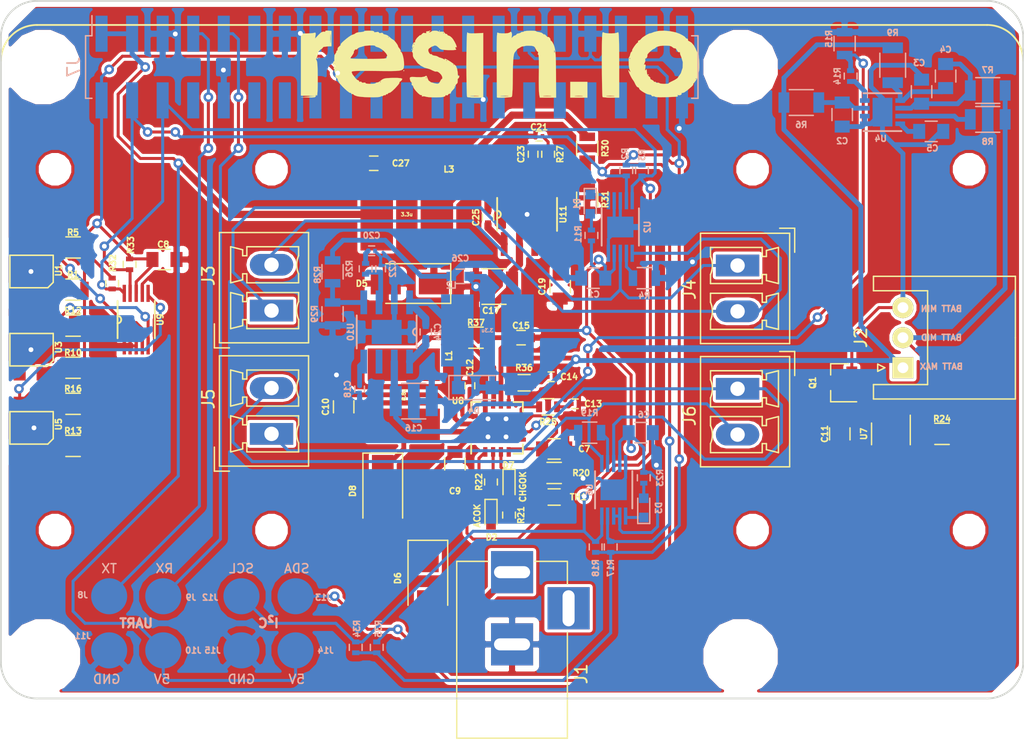
<source format=kicad_pcb>
(kicad_pcb (version 20170123) (host pcbnew "(2017-02-06 revision 13395d34d)-master")
  (title_block (title resin-rover-wide-hat) (date 2017-04-18) (rev 0.1) (company Resin.io) (comment 1 "Author: Tomás Villaseca <tomas@resin.io>"))
  (layers (0 F.Cu signal) (31 B.Cu signal) (34 B.Paste user) (35 F.Paste user) (36 B.SilkS user) (37 F.SilkS user) (38 B.Mask user) (39 F.Mask user) (44 Edge.Cuts user))
  (net 0 "")
  (net 1 GND)
  (net 2 /6V)
  (net 3 /BATT_MIN)
  (net 4 "Net-(C2-Pad1)")
  (net 5 "Net-(C3-Pad2)")
  (net 6 "Net-(C4-Pad1)")
  (net 7 "Net-(C5-Pad1)")
  (net 8 "Net-(C7-Pad2)")
  (net 9 /3.3V)
  (net 10 "Net-(C9-Pad1)")
  (net 11 "Net-(C10-Pad2)")
  (net 12 "Net-(C10-Pad1)")
  (net 13 "Net-(C11-Pad1)")
  (net 14 "Net-(C12-Pad2)")
  (net 15 "Net-(C13-Pad2)")
  (net 16 "Net-(C14-Pad2)")
  (net 17 /V_BATT)
  (net 18 "Net-(C18-Pad2)")
  (net 19 "Net-(C19-Pad2)")
  (net 20 "Net-(C20-Pad2)")
  (net 21 "Net-(C21-Pad2)")
  (net 22 "Net-(C22-Pad2)")
  (net 23 "Net-(C23-Pad2)")
  (net 24 "Net-(C24-Pad1)")
  (net 25 "Net-(C24-Pad2)")
  (net 26 "Net-(C25-Pad2)")
  (net 27 "Net-(C25-Pad1)")
  (net 28 /5V)
  (net 29 "Net-(D1-Pad1)")
  (net 30 "Net-(D1-Pad2)")
  (net 31 "Net-(D2-Pad1)")
  (net 32 "Net-(D3-Pad2)")
  (net 33 "Net-(D3-Pad1)")
  (net 34 /VCC)
  (net 35 "Net-(D7-Pad2)")
  (net 36 "Net-(D7-Pad1)")
  (net 37 "Net-(J1-Pad3)")
  (net 38 /BATT_MID)
  (net 39 "Net-(J3-Pad1)")
  (net 40 "Net-(J3-Pad2)")
  (net 41 "Net-(J5-Pad2)")
  (net 42 "Net-(J5-Pad1)")
  (net 43 "Net-(J7-Pad38)")
  (net 44 "Net-(J7-Pad37)")
  (net 45 "Net-(J7-Pad36)")
  (net 46 "Net-(J7-Pad35)")
  (net 47 "Net-(J7-Pad32)")
  (net 48 "Net-(J7-Pad31)")
  (net 49 "Net-(J7-Pad28)")
  (net 50 "Net-(J7-Pad27)")
  (net 51 "Net-(J7-Pad24)")
  (net 52 "Net-(J7-Pad23)")
  (net 53 "Net-(J7-Pad22)")
  (net 54 "Net-(J7-Pad21)")
  (net 55 "Net-(J7-Pad16)")
  (net 56 "Net-(J7-Pad15)")
  (net 57 "Net-(J7-Pad12)")
  (net 58 "Net-(J7-Pad11)")
  (net 59 RX)
  (net 60 TX)
  (net 61 SCL)
  (net 62 SDA)
  (net 63 "Net-(L1-Pad1)")
  (net 64 /DO)
  (net 65 "Net-(R1-Pad1)")
  (net 66 "Net-(R4-Pad1)")
  (net 67 /ADC0)
  (net 68 "Net-(R8-Pad1)")
  (net 69 "Net-(R10-Pad1)")
  (net 70 /ADC1)
  (net 71 "Net-(R13-Pad1)")
  (net 72 /CHG_EN)
  (net 73 "Net-(R14-Pad1)")
  (net 74 /ADC2)
  (net 75 "Net-(R19-Pad1)")
  (net 76 "Net-(R20-Pad1)")
  (net 77 "Net-(R22-Pad1)")
  (net 78 "Net-(R25-Pad2)")
  (net 79 "Net-(R36-Pad2)")
  (net 80 "Net-(U7-Pad4)")
  (net 81 "Net-(U7-Pad3)")
  (net 82 "Net-(U8-Pad5)")
  (net 83 "Net-(U10-Pad3)")
  (net 84 "Net-(U11-Pad3)")
  (net 85 "Net-(J7-Pad39)")
  (net 86 "Net-(J7-Pad34)")
  (net 87 "Net-(J7-Pad30)")
  (net 88 "Net-(J7-Pad25)")
  (net 89 "Net-(J7-Pad20)")
  (net 90 "Net-(J7-Pad17)")
  (net 91 "Net-(J7-Pad14)")
  (net 92 "Net-(J7-Pad8)")
  (net 93 /VSENSE_6V)
  (net 94 /VSENSE_5V)
  (module SOP65P640X110-15N (layer B.Cu) (at 124.5 71.8 90)
    (fp_text reference U2 (at 0 2.25 90) (layer B.SilkS) (effects (font (size 0.5 0.5) (thickness 0.125)) (justify mirror)))
    (fp_text value DRV8830 hide)
    (pad 11 smd rect (at 0 0 90) (size 1.7272 2.1844) (layers B.Cu B.Paste B.Mask) (net 1 GND))
    (pad 10 smd rect (at 2.1844 0.9906 90) (size 1.4224 0.2794) (layers B.Cu B.Paste B.Mask) (net 61 SCL))
    (pad 9 smd rect (at 2.1844 0.508 90) (size 1.4224 0.2794) (layers B.Cu B.Paste B.Mask) (net 62 SDA))
    (pad 8 smd rect (at 2.1844 0 90) (size 1.4224 0.2794) (layers B.Cu B.Paste B.Mask) (net 1 GND))
    (pad 7 smd rect (at 2.1844 -0.508 90) (size 1.4224 0.2794) (layers B.Cu B.Paste B.Mask) (net 1 GND))
    (pad 6 smd rect (at 2.1844 -0.9906 90) (size 1.4224 0.2794) (layers B.Cu B.Paste B.Mask) (net 29 "Net-(D1-Pad1)"))
    (pad 5 smd rect (at -2.1844 -0.9906 90) (size 1.4224 0.2794) (layers B.Cu B.Paste B.Mask) (net 1 GND))
    (pad 4 smd rect (at -2.1844 -0.508 90) (size 1.4224 0.2794) (layers B.Cu B.Paste B.Mask) (net 2 /6V))
    (pad 3 smd rect (at -2.1844 0 90) (size 1.4224 0.2794) (layers B.Cu B.Paste B.Mask) (net 39 "Net-(J3-Pad1)"))
    (pad 2 smd rect (at -2.1844 0.508 90) (size 1.4224 0.2794) (layers B.Cu B.Paste B.Mask) (net 66 "Net-(R4-Pad1)"))
    (pad 1 smd rect (at -2.1844 0.9906 90) (size 1.4224 0.2794) (layers B.Cu B.Paste B.Mask) (net 40 "Net-(J3-Pad2)"))
  )
  (module SOP65P640X110-15N (layer B.Cu) (at 123.95 93.65 270)
    (fp_text reference U6 (at 0 2 270) (layer B.SilkS) (effects (font (size 0.5 0.5) (thickness 0.125)) (justify mirror)))
    (fp_text value DRV8830 hide)
    (pad 11 smd rect (at 0 0 270) (size 1.7272 2.1844) (layers B.Cu B.Paste B.Mask) (net 1 GND))
    (pad 10 smd rect (at 2.1844 0.9906 270) (size 1.4224 0.2794) (layers B.Cu B.Paste B.Mask) (net 61 SCL))
    (pad 9 smd rect (at 2.1844 0.508 270) (size 1.4224 0.2794) (layers B.Cu B.Paste B.Mask) (net 62 SDA))
    (pad 8 smd rect (at 2.1844 0 270) (size 1.4224 0.2794) (layers B.Cu B.Paste B.Mask) (net 2 /6V))
    (pad 7 smd rect (at 2.1844 -0.508 270) (size 1.4224 0.2794) (layers B.Cu B.Paste B.Mask) (net 2 /6V))
    (pad 6 smd rect (at 2.1844 -0.9906 270) (size 1.4224 0.2794) (layers B.Cu B.Paste B.Mask) (net 33 "Net-(D3-Pad1)"))
    (pad 5 smd rect (at -2.1844 -0.9906 270) (size 1.4224 0.2794) (layers B.Cu B.Paste B.Mask) (net 1 GND))
    (pad 4 smd rect (at -2.1844 -0.508 270) (size 1.4224 0.2794) (layers B.Cu B.Paste B.Mask) (net 2 /6V))
    (pad 3 smd rect (at -2.1844 0 270) (size 1.4224 0.2794) (layers B.Cu B.Paste B.Mask) (net 42 "Net-(J5-Pad1)"))
    (pad 2 smd rect (at -2.1844 0.508 270) (size 1.4224 0.2794) (layers B.Cu B.Paste B.Mask) (net 75 "Net-(R19-Pad1)"))
    (pad 1 smd rect (at -2.1844 0.9906 270) (size 1.4224 0.2794) (layers B.Cu B.Paste B.Mask) (net 41 "Net-(J5-Pad2)"))
  )
  (module SOP50P490X110-10N (layer F.Cu) (at 84.25 79.5 90)
    (fp_text reference U9 (at 0 2 90) (layer F.SilkS) (effects (font (size 0.5 0.5) (thickness 0.125))))
    (fp_text value ADS1015 hide)
    (pad 1 smd rect (at -2.1844 -0.9906 90) (size 1.4224 0.2794) (layers F.Cu F.Paste F.Mask) (net 1 GND))
    (pad 2 smd rect (at -2.1844 -0.508 90) (size 1.4224 0.2794) (layers F.Cu F.Paste F.Mask) (net 1 GND))
    (pad 3 smd rect (at -2.1844 0 90) (size 1.4224 0.2794) (layers F.Cu F.Paste F.Mask) (net 1 GND))
    (pad 4 smd rect (at -2.1844 0.508 90) (size 1.4224 0.2794) (layers F.Cu F.Paste F.Mask) (net 67 /ADC0))
    (pad 5 smd rect (at -2.1844 0.9906 90) (size 1.4224 0.2794) (layers F.Cu F.Paste F.Mask) (net 70 /ADC1))
    (pad 6 smd rect (at 2.1844 0.9906 90) (size 1.4224 0.2794) (layers F.Cu F.Paste F.Mask) (net 74 /ADC2))
    (pad 7 smd rect (at 2.1844 0.508 90) (size 1.4224 0.2794) (layers F.Cu F.Paste F.Mask) (net 1 GND))
    (pad 8 smd rect (at 2.1844 0 90) (size 1.4224 0.2794) (layers F.Cu F.Paste F.Mask) (net 9 /3.3V))
    (pad 9 smd rect (at 2.1844 -0.508 90) (size 1.4224 0.2794) (layers F.Cu F.Paste F.Mask) (net 62 SDA))
    (pad 10 smd rect (at 2.1844 -0.9906 90) (size 1.4224 0.2794) (layers F.Cu F.Paste F.Mask) (net 61 SCL))
  )
  (module Mounting_Holes:MountingHole_2.2mm_M2 (layer F.Cu) (at 95.5 97)
    (fp_text reference REF** hide)
    (fp_text value MountingHole_2.2mm_M2)
    (pad 1 np_thru_hole circle (at 0 0) (size 2.2 2.2) (drill 2.2) (layers *.Cu *.Mask))
  )
  (module Mounting_Holes:MountingHole_2.2mm_M2 (layer F.Cu) (at 77.5 97)
    (fp_text reference REF** hide)
    (fp_text value MountingHole_2.2mm_M2)
    (pad 1 np_thru_hole circle (at 0 0) (size 2.2 2.2) (drill 2.2) (layers *.Cu *.Mask))
  )
  (module Mounting_Holes:MountingHole_2.2mm_M2 (layer F.Cu) (at 95.5 67)
    (fp_text reference REF** hide)
    (fp_text value MountingHole_2.2mm_M2)
    (pad 1 np_thru_hole circle (at 0 0) (size 2.2 2.2) (drill 2.2) (layers *.Cu *.Mask))
  )
  (module Mounting_Holes:MountingHole_2.2mm_M2 (layer F.Cu) (at 77.5 67)
    (fp_text reference REF** hide)
    (fp_text value MountingHole_2.2mm_M2)
    (pad 1 np_thru_hole circle (at 0 0) (size 2.2 2.2) (drill 2.2) (layers *.Cu *.Mask))
  )
  (module Mounting_Holes:MountingHole_2.2mm_M2 (layer F.Cu) (at 153.5 97)
    (fp_text reference REF** hide)
    (fp_text value MountingHole_2.2mm_M2)
    (pad 1 np_thru_hole circle (at 0 0) (size 2.2 2.2) (drill 2.2) (layers *.Cu *.Mask))
  )
  (module Mounting_Holes:MountingHole_2.2mm_M2 (layer F.Cu) (at 135.5 97)
    (fp_text reference REF** hide)
    (fp_text value MountingHole_2.2mm_M2)
    (pad 1 np_thru_hole circle (at 0 0) (size 2.2 2.2) (drill 2.2) (layers *.Cu *.Mask))
  )
  (module Mounting_Holes:MountingHole_2.2mm_M2 (layer F.Cu) (at 153.5 67)
    (fp_text reference REF** hide)
    (fp_text value MountingHole_2.2mm_M2)
    (pad 1 np_thru_hole circle (at 0 0) (size 2.2 2.2) (drill 2.2) (layers *.Cu *.Mask))
  )
  (module footprints:RPi_Hat_Mounting_Hole (layer F.Cu) (at 76.5 58.5)
    (fp_text reference "" hide)
    (fp_text value "" hide)
    (pad "" np_thru_hole circle (at 0 0) (size 2.75 2.75) (drill 2.75) (layers *.Cu *.Mask) (clearance 1.725))
  )
  (module footprints:RPi_Hat_Mounting_Hole (layer F.Cu) (at 76.5 107.5)
    (fp_text reference "" hide)
    (fp_text value "" hide)
    (pad "" np_thru_hole circle (at 0 0) (size 2.75 2.75) (drill 2.75) (layers *.Cu *.Mask) (clearance 1.725))
  )
  (module footprints:RPi_Hat_Mounting_Hole (layer F.Cu) (at 134.5 107.5)
    (fp_text reference "" hide)
    (fp_text value "" hide)
    (pad "" np_thru_hole circle (at 0 0) (size 2.75 2.75) (drill 2.75) (layers *.Cu *.Mask) (clearance 1.725))
  )
  (module Capacitors_SMD:C_0805 (layer B.Cu) (at 122.25 76.05 180)
    (fp_text reference C1 (at -0.05 -1.35 180) (layer B.SilkS) (effects (font (size 0.5 0.5) (thickness 0.125)) (justify mirror)))
    (fp_text value 10u)
    (pad 1 smd rect (at -1 0 180) (size 1 1.25) (layers B.Cu B.Paste B.Mask) (net 2 /6V))
    (pad 2 smd rect (at 1 0 180) (size 1 1.25) (layers B.Cu B.Paste B.Mask) (net 1 GND))
  )
  (module Capacitors_SMD:C_0805 (layer B.Cu) (at 142.95 62.45 270)
    (fp_text reference C2 (at 2.2 0 180) (layer B.SilkS) (effects (font (size 0.5 0.5) (thickness 0.125)) (justify mirror)))
    (fp_text value 0.1u)
    (pad 2 smd rect (at 1 0 270) (size 1 1.25) (layers B.Cu B.Paste B.Mask) (net 3 /BATT_MIN))
    (pad 1 smd rect (at -1 0 270) (size 1 1.25) (layers B.Cu B.Paste B.Mask) (net 4 "Net-(C2-Pad1)"))
  )
  (module Capacitors_SMD:C_0805 (layer B.Cu) (at 149.55 60.55 270)
    (fp_text reference C3 (at -2.4 0.2 180) (layer B.SilkS) (effects (font (size 0.5 0.5) (thickness 0.125)) (justify mirror)))
    (fp_text value 0.1u)
    (pad 2 smd rect (at 1 0 270) (size 1 1.25) (layers B.Cu B.Paste B.Mask) (net 5 "Net-(C3-Pad2)"))
    (pad 1 smd rect (at -1 0 270) (size 1 1.25) (layers B.Cu B.Paste B.Mask) (net 3 /BATT_MIN))
  )
  (module Capacitors_SMD:C_0805 (layer B.Cu) (at 151.55 59.25 90)
    (fp_text reference C4 (at 2.2 0) (layer B.SilkS) (effects (font (size 0.5 0.5) (thickness 0.125)) (justify mirror)))
    (fp_text value 0.1u)
    (pad 1 smd rect (at -1 0 90) (size 1 1.25) (layers B.Cu B.Paste B.Mask) (net 6 "Net-(C4-Pad1)"))
    (pad 2 smd rect (at 1 0 90) (size 1 1.25) (layers B.Cu B.Paste B.Mask) (net 5 "Net-(C3-Pad2)"))
  )
  (module Capacitors_SMD:C_0805 (layer B.Cu) (at 150.35 63.85)
    (fp_text reference C5 (at 0.1 1.4) (layer B.SilkS) (effects (font (size 0.5 0.5) (thickness 0.125)) (justify mirror)))
    (fp_text value 0.1u)
    (pad 1 smd rect (at -1 0) (size 1 1.25) (layers B.Cu B.Paste B.Mask) (net 7 "Net-(C5-Pad1)"))
    (pad 2 smd rect (at 1 0) (size 1 1.25) (layers B.Cu B.Paste B.Mask) (net 3 /BATT_MIN))
  )
  (module Capacitors_SMD:C_0805 (layer B.Cu) (at 126.2 88.9)
    (fp_text reference C6 (at 0.25 -1.5) (layer B.SilkS) (effects (font (size 0.5 0.5) (thickness 0.125)) (justify mirror)))
    (fp_text value 10u)
    (pad 1 smd rect (at -1 0) (size 1 1.25) (layers B.Cu B.Paste B.Mask) (net 2 /6V))
    (pad 2 smd rect (at 1 0) (size 1 1.25) (layers B.Cu B.Paste B.Mask) (net 1 GND))
  )
  (module Capacitors_SMD:C_0805 (layer F.Cu) (at 119 90.25 180)
    (fp_text reference C7 (at -2.5 0 180) (layer F.SilkS) (effects (font (size 0.5 0.5) (thickness 0.125))))
    (fp_text value 1u)
    (pad 1 smd rect (at -1 0 180) (size 1 1.25) (layers F.Cu F.Paste F.Mask) (net 1 GND))
    (pad 2 smd rect (at 1 0 180) (size 1 1.25) (layers F.Cu F.Paste F.Mask) (net 8 "Net-(C7-Pad2)"))
  )
  (module Capacitors_SMD:C_0805 (layer F.Cu) (at 86.6 74.5 180)
    (fp_text reference C8 (at 0.1 1.25 180) (layer F.SilkS) (effects (font (size 0.5 0.5) (thickness 0.125))))
    (fp_text value 0.1u)
    (pad 1 smd rect (at -1 0 180) (size 1 1.25) (layers F.Cu F.Paste F.Mask) (net 1 GND))
    (pad 2 smd rect (at 1 0 180) (size 1 1.25) (layers F.Cu F.Paste F.Mask) (net 9 /3.3V))
  )
  (module Capacitors_SMD:C_0805 (layer F.Cu) (at 110.75 91.5 270)
    (fp_text reference C9 (at 2.25 0) (layer F.SilkS) (effects (font (size 0.5 0.5) (thickness 0.125))))
    (fp_text value 4.7u)
    (pad 2 smd rect (at 1 0 270) (size 1 1.25) (layers F.Cu F.Paste F.Mask) (net 1 GND))
    (pad 1 smd rect (at -1 0 270) (size 1 1.25) (layers F.Cu F.Paste F.Mask) (net 10 "Net-(C9-Pad1)"))
  )
  (module Capacitors_SMD:C_0805 (layer F.Cu) (at 101.5 86.75 90)
    (fp_text reference C10 (at 0 -1.5 90) (layer F.SilkS) (effects (font (size 0.5 0.5) (thickness 0.125))))
    (fp_text value 0.1u)
    (pad 2 smd rect (at 1 0 90) (size 1 1.25) (layers F.Cu F.Paste F.Mask) (net 11 "Net-(C10-Pad2)"))
    (pad 1 smd rect (at -1 0 90) (size 1 1.25) (layers F.Cu F.Paste F.Mask) (net 12 "Net-(C10-Pad1)"))
  )
  (module Capacitors_SMD:C_0805 (layer F.Cu) (at 142.75 89 90)
    (fp_text reference C11 (at 0 -1.25 90) (layer F.SilkS) (effects (font (size 0.5 0.5) (thickness 0.125))))
    (fp_text value 0.1u)
    (pad 1 smd rect (at -1 0 90) (size 1 1.25) (layers F.Cu F.Paste F.Mask) (net 13 "Net-(C11-Pad1)"))
    (pad 2 smd rect (at 1 0 90) (size 1 1.25) (layers F.Cu F.Paste F.Mask) (net 3 /BATT_MIN))
  )
  (module Capacitors_SMD:C_0201 (layer F.Cu) (at 112 85 270)
    (fp_text reference C12 (at -1.5 0 270) (layer F.SilkS) (effects (font (size 0.5 0.5) (thickness 0.125))))
    (fp_text value 0.1u)
    (pad 1 smd rect (at -0.28 0 270) (size 0.3 0.35) (layers F.Cu F.Paste F.Mask) (net 1 GND))
    (pad 2 smd rect (at 0.28 0 270) (size 0.3 0.35) (layers F.Cu F.Paste F.Mask) (net 14 "Net-(C12-Pad2)"))
  )
  (module Capacitors_SMD:C_0201 (layer F.Cu) (at 120.75 86.5 180)
    (fp_text reference C13 (at -1.5 0 180) (layer F.SilkS) (effects (font (size 0.5 0.5) (thickness 0.125))))
    (fp_text value 2.2n)
    (pad 2 smd rect (at 0.28 0 180) (size 0.3 0.35) (layers F.Cu F.Paste F.Mask) (net 15 "Net-(C13-Pad2)"))
    (pad 1 smd rect (at -0.28 0 180) (size 0.3 0.35) (layers F.Cu F.Paste F.Mask) (net 1 GND))
  )
  (module Capacitors_SMD:C_0201 (layer F.Cu) (at 118.75 84.25 180)
    (fp_text reference C14 (at -1.5 0 180) (layer F.SilkS) (effects (font (size 0.5 0.5) (thickness 0.125))))
    (fp_text value 2.2n)
    (pad 2 smd rect (at 0.28 0 180) (size 0.3 0.35) (layers F.Cu F.Paste F.Mask) (net 16 "Net-(C14-Pad2)"))
    (pad 1 smd rect (at -0.28 0 180) (size 0.3 0.35) (layers F.Cu F.Paste F.Mask) (net 1 GND))
  )
  (module Capacitors_SMD:C_0603 (layer F.Cu) (at 116.25 81 180)
    (fp_text reference C15 (at 0 1 180) (layer F.SilkS) (effects (font (size 0.5 0.5) (thickness 0.125))))
    (fp_text value 22u)
    (pad 2 smd rect (at 0.75 0 180) (size 0.8 0.75) (layers F.Cu F.Paste F.Mask) (net 17 /V_BATT))
    (pad 1 smd rect (at -0.75 0 180) (size 0.8 0.75) (layers F.Cu F.Paste F.Mask) (net 1 GND))
  )
  (module Capacitors_SMD:C_1210 (layer B.Cu) (at 107.325 86.275 180)
    (fp_text reference C16 (at 0 -2.25 180) (layer B.SilkS) (effects (font (size 0.5 0.5) (thickness 0.125)) (justify mirror)))
    (fp_text value 22u)
    (pad 1 smd rect (at -1.5 0 180) (size 1 2.5) (layers B.Cu B.Paste B.Mask) (net 1 GND))
    (pad 2 smd rect (at 1.5 0 180) (size 1 2.5) (layers B.Cu B.Paste B.Mask) (net 17 /V_BATT))
  )
  (module Capacitors_SMD:C_1210 (layer F.Cu) (at 114 76.75)
    (fp_text reference C17 (at -0.25 2) (layer F.SilkS) (effects (font (size 0.5 0.5) (thickness 0.125))))
    (fp_text value 22u)
    (pad 2 smd rect (at 1.5 0) (size 1 2.5) (layers F.Cu F.Paste F.Mask) (net 17 /V_BATT))
    (pad 1 smd rect (at -1.5 0) (size 1 2.5) (layers F.Cu F.Paste F.Mask) (net 1 GND))
  )
  (module Capacitors_SMD:C_0201 (layer B.Cu) (at 102.825 85.275 90)
    (fp_text reference C18 (at 0 -1 90) (layer B.SilkS) (effects (font (size 0.5 0.5) (thickness 0.125)) (justify mirror)))
    (fp_text value 27p)
    (pad 1 smd rect (at -0.28 0 90) (size 0.3 0.35) (layers B.Cu B.Paste B.Mask) (net 1 GND))
    (pad 2 smd rect (at 0.28 0 90) (size 0.3 0.35) (layers B.Cu B.Paste B.Mask) (net 18 "Net-(C18-Pad2)"))
  )
  (module Capacitors_SMD:C_0805 (layer F.Cu) (at 119.5 76.75 90)
    (fp_text reference C19 (at 0 -1.5 90) (layer F.SilkS) (effects (font (size 0.5 0.5) (thickness 0.125))))
    (fp_text value 30p)
    (pad 2 smd rect (at 1 0 90) (size 1 1.25) (layers F.Cu F.Paste F.Mask) (net 19 "Net-(C19-Pad2)"))
    (pad 1 smd rect (at -1 0 90) (size 1 1.25) (layers F.Cu F.Paste F.Mask) (net 1 GND))
  )
  (module Capacitors_SMD:C_0201 (layer B.Cu) (at 103.825 73.775 180)
    (fp_text reference C20 (at 0 1.27 180) (layer B.SilkS) (effects (font (size 0.5 0.5) (thickness 0.125)) (justify mirror)))
    (fp_text value 1n)
    (pad 1 smd rect (at -0.28 0 180) (size 0.3 0.35) (layers B.Cu B.Paste B.Mask) (net 1 GND))
    (pad 2 smd rect (at 0.28 0 180) (size 0.3 0.35) (layers B.Cu B.Paste B.Mask) (net 20 "Net-(C20-Pad2)"))
  )
  (module Capacitors_SMD:C_0201 (layer F.Cu) (at 117.75 64.25)
    (fp_text reference C21 (at 0 -0.75) (layer F.SilkS) (effects (font (size 0.5 0.5) (thickness 0.125))))
    (fp_text value 1.2n)
    (pad 2 smd rect (at 0.28 0) (size 0.3 0.35) (layers F.Cu F.Paste F.Mask) (net 21 "Net-(C21-Pad2)"))
    (pad 1 smd rect (at -0.28 0) (size 0.3 0.35) (layers F.Cu F.Paste F.Mask) (net 1 GND))
  )
  (module Capacitors_SMD:C_0201 (layer B.Cu) (at 104.575 75.275 270)
    (fp_text reference C22 (at 0 -1 270) (layer B.SilkS) (effects (font (size 0.5 0.5) (thickness 0.125)) (justify mirror)))
    (fp_text value 8.2n)
    (pad 2 smd rect (at 0.28 0 270) (size 0.3 0.35) (layers B.Cu B.Paste B.Mask) (net 22 "Net-(C22-Pad2)"))
    (pad 1 smd rect (at -0.28 0 270) (size 0.3 0.35) (layers B.Cu B.Paste B.Mask) (net 1 GND))
  )
  (module Capacitors_SMD:C_0201 (layer F.Cu) (at 117.25 65.75 270)
    (fp_text reference C23 (at 0 1 270) (layer F.SilkS) (effects (font (size 0.5 0.5) (thickness 0.125))))
    (fp_text value 8.2n)
    (pad 1 smd rect (at -0.28 0 270) (size 0.3 0.35) (layers F.Cu F.Paste F.Mask) (net 1 GND))
    (pad 2 smd rect (at 0.28 0 270) (size 0.3 0.35) (layers F.Cu F.Paste F.Mask) (net 23 "Net-(C23-Pad2)"))
  )
  (module Capacitors_SMD:C_0402 (layer B.Cu) (at 108.325 80.525 270)
    (fp_text reference C24 (at 0 -1 270) (layer B.SilkS) (effects (font (size 0.5 0.5) (thickness 0.125)) (justify mirror)))
    (fp_text value 100n)
    (pad 1 smd rect (at -0.55 0 270) (size 0.6 0.5) (layers B.Cu B.Paste B.Mask) (net 24 "Net-(C24-Pad1)"))
    (pad 2 smd rect (at 0.55 0 270) (size 0.6 0.5) (layers B.Cu B.Paste B.Mask) (net 25 "Net-(C24-Pad2)"))
  )
  (module Capacitors_SMD:C_0402 (layer F.Cu) (at 113.5 71 270)
    (fp_text reference C25 (at 0 1 270) (layer F.SilkS) (effects (font (size 0.5 0.5) (thickness 0.125))))
    (fp_text value 100n)
    (pad 2 smd rect (at 0.55 0 270) (size 0.6 0.5) (layers F.Cu F.Paste F.Mask) (net 26 "Net-(C25-Pad2)"))
    (pad 1 smd rect (at -0.55 0 270) (size 0.6 0.5) (layers F.Cu F.Paste F.Mask) (net 27 "Net-(C25-Pad1)"))
  )
  (module Capacitors_SMD:C_0603 (layer B.Cu) (at 111.2 75.9 180)
    (fp_text reference C26 (at 0 1.5 180) (layer B.SilkS) (effects (font (size 0.5 0.5) (thickness 0.125)) (justify mirror)))
    (fp_text value 22u)
    (pad 2 smd rect (at 0.75 0 180) (size 0.8 0.75) (layers B.Cu B.Paste B.Mask) (net 2 /6V))
    (pad 1 smd rect (at -0.75 0 180) (size 0.8 0.75) (layers B.Cu B.Paste B.Mask) (net 1 GND))
  )
  (module Capacitors_SMD:C_0603 (layer F.Cu) (at 104 66.5)
    (fp_text reference C27 (at 2.25 0) (layer F.SilkS) (effects (font (size 0.5 0.5) (thickness 0.125))))
    (fp_text value 22u)
    (pad 2 smd rect (at 0.75 0) (size 0.8 0.75) (layers F.Cu F.Paste F.Mask) (net 28 /5V))
    (pad 1 smd rect (at -0.75 0) (size 0.8 0.75) (layers F.Cu F.Paste F.Mask) (net 1 GND))
  )
  (module LEDs:LED_0603 (layer B.Cu) (at 122 69.9 270)
    (fp_text reference D1 (at 0 1.1 270) (layer B.SilkS) (effects (font (size 0.5 0.5) (thickness 0.125)) (justify mirror)))
    (fp_text value LED)
    (pad 2 smd rect (at 0.8 0 90) (size 0.8 0.8) (layers B.Cu B.Paste B.Mask) (net 30 "Net-(D1-Pad2)"))
    (pad 1 smd rect (at -0.8 0 90) (size 0.8 0.8) (layers B.Cu B.Paste B.Mask) (net 29 "Net-(D1-Pad1)"))
  )
  (module LEDs:LED_0603 (layer F.Cu) (at 113.75 95.75 270)
    (fp_text reference D2 (at 1.85 -0.05) (layer F.SilkS) (effects (font (size 0.5 0.5) (thickness 0.125))))
    (fp_text value LED)
    (pad 1 smd rect (at -0.8 0 90) (size 0.8 0.8) (layers F.Cu F.Paste F.Mask) (net 31 "Net-(D2-Pad1)"))
    (pad 2 smd rect (at 0.8 0 90) (size 0.8 0.8) (layers F.Cu F.Paste F.Mask) (net 8 "Net-(C7-Pad2)"))
  )
  (module LEDs:LED_0603 (layer B.Cu) (at 126.45 95.15 90)
    (fp_text reference D3 (at 0 1.25 90) (layer B.SilkS) (effects (font (size 0.5 0.5) (thickness 0.125)) (justify mirror)))
    (fp_text value LED)
    (pad 2 smd rect (at 0.8 0 270) (size 0.8 0.8) (layers B.Cu B.Paste B.Mask) (net 32 "Net-(D3-Pad2)"))
    (pad 1 smd rect (at -0.8 0 270) (size 0.8 0.8) (layers B.Cu B.Paste B.Mask) (net 33 "Net-(D3-Pad1)"))
  )
  (module Diodes_SMD:D_SOD-123F (layer B.Cu) (at 112.45 85.15)
    (fp_text reference D4 (at -0.127 1.905) (layer B.SilkS) (effects (font (size 0.5 0.5) (thickness 0.125)) (justify mirror)))
    (fp_text value D_Schottky)
    (pad 2 smd rect (at 1.4 0) (size 1.1 1.1) (layers B.Cu B.Paste B.Mask) (net 1 GND))
    (pad 1 smd rect (at -1.4 0) (size 1.1 1.1) (layers B.Cu B.Paste B.Mask) (net 24 "Net-(C24-Pad1)"))
  )
  (module Diodes_SMD:D_SMA_Standard (layer F.Cu) (at 107 76.5 180)
    (fp_text reference D5 (at 4 0 180) (layer F.SilkS) (effects (font (size 0.5 0.5) (thickness 0.125))))
    (fp_text value D_Schottky)
    (pad 2 smd rect (at 2 0 180) (size 2.5 1.8) (layers F.Cu F.Paste F.Mask) (net 1 GND))
    (pad 1 smd rect (at -2 0 180) (size 2.5 1.8) (layers F.Cu F.Paste F.Mask) (net 27 "Net-(C25-Pad1)"))
  )
  (module Diodes_SMD:D_SMA_Standard (layer F.Cu) (at 108.5 101.25 270)
    (fp_text reference D6 (at -0.25 2.5 270) (layer F.SilkS) (effects (font (size 0.5 0.5) (thickness 0.125))))
    (fp_text value Schottky)
    (pad 2 smd rect (at 2 0 270) (size 2.5 1.8) (layers F.Cu F.Paste F.Mask) (net 34 /VCC))
    (pad 1 smd rect (at -2 0 270) (size 2.5 1.8) (layers F.Cu F.Paste F.Mask) (net 10 "Net-(C9-Pad1)"))
  )
  (module LEDs:LED_0603 (layer F.Cu) (at 115.25 93.25 270)
    (fp_text reference D7 (at -1.65 0.05) (layer F.SilkS) (effects (font (size 0.5 0.5) (thickness 0.125))))
    (fp_text value LED)
    (pad 2 smd rect (at 0.8 0 90) (size 0.8 0.8) (layers F.Cu F.Paste F.Mask) (net 35 "Net-(D7-Pad2)"))
    (pad 1 smd rect (at -0.8 0 90) (size 0.8 0.8) (layers F.Cu F.Paste F.Mask) (net 36 "Net-(D7-Pad1)"))
  )
  (module Diodes_SMD:D_SMA_Standard (layer F.Cu) (at 104.75 94 270)
    (fp_text reference D8 (at -0.25 2.5 270) (layer F.SilkS) (effects (font (size 0.5 0.5) (thickness 0.125))))
    (fp_text value Schottky)
    (pad 1 smd rect (at -2 0 270) (size 2.5 1.8) (layers F.Cu F.Paste F.Mask) (net 12 "Net-(C10-Pad1)"))
    (pad 2 smd rect (at 2 0 270) (size 2.5 1.8) (layers F.Cu F.Paste F.Mask) (net 1 GND))
  )
  (module Connectors:BARREL_JACK (layer F.Cu) (at 115.5 100.5 90)
    (fp_text reference J1 (at -8.45 5.75 270) (layer F.SilkS))
    (fp_text value BARREL_JACK)
    (pad 3 thru_hole rect (at -3 4.7 90) (size 3.5 3.5) (drill oval 3 1) (layers *.Cu *.Mask) (net 37 "Net-(J1-Pad3)"))
    (pad 2 thru_hole rect (at -6 0 90) (size 3.5 3.5) (drill oval 1 3) (layers *.Cu *.Mask) (net 1 GND))
    (pad 1 thru_hole rect (at 0 0 90) (size 3.5 3.5) (drill oval 1 3) (layers *.Cu *.Mask) (net 34 /VCC))
  )
  (module Connectors_Phoenix:PhoenixContact_MCV-G_02x3.81mm_Vertical (layer F.Cu) (at 95.5 78.75 90)
    (fp_text reference J3 (at 2.905 -5.25 90) (layer F.SilkS))
    (fp_text value FL)
    (pad 1 thru_hole rect (at 0 0 90) (size 1.8 3.6) (drill 1.2) (layers *.Cu *.Mask) (net 39 "Net-(J3-Pad1)"))
    (pad 2 thru_hole oval (at 3.81 0 90) (size 1.8 3.6) (drill 1.2) (layers *.Cu *.Mask) (net 40 "Net-(J3-Pad2)"))
  )
  (module Connectors_Phoenix:PhoenixContact_MCV-G_02x3.81mm_Vertical (layer F.Cu) (at 134.25 75 270)
    (fp_text reference J4 (at 2 4 270) (layer F.SilkS))
    (fp_text value BL)
    (pad 1 thru_hole rect (at 0 0 270) (size 1.8 3.6) (drill 1.2) (layers *.Cu *.Mask) (net 39 "Net-(J3-Pad1)"))
    (pad 2 thru_hole oval (at 3.81 0 270) (size 1.8 3.6) (drill 1.2) (layers *.Cu *.Mask) (net 40 "Net-(J3-Pad2)"))
  )
  (module Connectors_Phoenix:PhoenixContact_MCV-G_02x3.81mm_Vertical (layer F.Cu) (at 95.5 89 90)
    (fp_text reference J5 (at 2.905 -5.25 90) (layer F.SilkS))
    (fp_text value FR)
    (pad 2 thru_hole oval (at 3.81 0 90) (size 1.8 3.6) (drill 1.2) (layers *.Cu *.Mask) (net 41 "Net-(J5-Pad2)"))
    (pad 1 thru_hole rect (at 0 0 90) (size 1.8 3.6) (drill 1.2) (layers *.Cu *.Mask) (net 42 "Net-(J5-Pad1)"))
  )
  (module Connectors_Phoenix:PhoenixContact_MCV-G_02x3.81mm_Vertical (layer F.Cu) (at 134.25 85.25 270)
    (fp_text reference J6 (at 2.25 4 270) (layer F.SilkS))
    (fp_text value BR)
    (pad 2 thru_hole oval (at 3.81 0 270) (size 1.8 3.6) (drill 1.2) (layers *.Cu *.Mask) (net 41 "Net-(J5-Pad2)"))
    (pad 1 thru_hole rect (at 0 0 270) (size 1.8 3.6) (drill 1.2) (layers *.Cu *.Mask) (net 42 "Net-(J5-Pad1)"))
  )
  (module Pin_Headers:Pin_Header_Straight_2x20_Pitch2.54mm_SMD (layer B.Cu) (at 105.5 58.5 270)
    (fp_text reference J7 (at 0 26.46 270) (layer B.SilkS) (effects (justify mirror)))
    (fp_text value CONN_02X20)
    (pad 40 smd rect (at 2.77 -24.13 270) (size 3 1) (layers B.Cu B.Paste B.Mask) (net 1 GND))
    (pad 39 smd rect (at -2.77 -24.13 270) (size 3 1) (layers B.Cu B.Paste B.Mask) (net 85 "Net-(J7-Pad39)"))
    (pad 38 smd rect (at 2.77 -21.59 270) (size 3 1) (layers B.Cu B.Paste B.Mask) (net 43 "Net-(J7-Pad38)"))
    (pad 37 smd rect (at -2.77 -21.59 270) (size 3 1) (layers B.Cu B.Paste B.Mask) (net 44 "Net-(J7-Pad37)"))
    (pad 36 smd rect (at 2.77 -19.05 270) (size 3 1) (layers B.Cu B.Paste B.Mask) (net 45 "Net-(J7-Pad36)"))
    (pad 35 smd rect (at -2.77 -19.05 270) (size 3 1) (layers B.Cu B.Paste B.Mask) (net 46 "Net-(J7-Pad35)"))
    (pad 34 smd rect (at 2.77 -16.51 270) (size 3 1) (layers B.Cu B.Paste B.Mask) (net 86 "Net-(J7-Pad34)"))
    (pad 33 smd rect (at -2.77 -16.51 270) (size 3 1) (layers B.Cu B.Paste B.Mask) (net 1 GND))
    (pad 32 smd rect (at 2.77 -13.97 270) (size 3 1) (layers B.Cu B.Paste B.Mask) (net 47 "Net-(J7-Pad32)"))
    (pad 31 smd rect (at -2.77 -13.97 270) (size 3 1) (layers B.Cu B.Paste B.Mask) (net 48 "Net-(J7-Pad31)"))
    (pad 30 smd rect (at 2.77 -11.43 270) (size 3 1) (layers B.Cu B.Paste B.Mask) (net 87 "Net-(J7-Pad30)"))
    (pad 29 smd rect (at -2.77 -11.43 270) (size 3 1) (layers B.Cu B.Paste B.Mask) (net 1 GND))
    (pad 28 smd rect (at 2.77 -8.89 270) (size 3 1) (layers B.Cu B.Paste B.Mask) (net 49 "Net-(J7-Pad28)"))
    (pad 27 smd rect (at -2.77 -8.89 270) (size 3 1) (layers B.Cu B.Paste B.Mask) (net 50 "Net-(J7-Pad27)"))
    (pad 26 smd rect (at 2.77 -6.35 270) (size 3 1) (layers B.Cu B.Paste B.Mask) (net 1 GND))
    (pad 25 smd rect (at -2.77 -6.35 270) (size 3 1) (layers B.Cu B.Paste B.Mask) (net 88 "Net-(J7-Pad25)"))
    (pad 24 smd rect (at 2.77 -3.81 270) (size 3 1) (layers B.Cu B.Paste B.Mask) (net 51 "Net-(J7-Pad24)"))
    (pad 23 smd rect (at -2.77 -3.81 270) (size 3 1) (layers B.Cu B.Paste B.Mask) (net 52 "Net-(J7-Pad23)"))
    (pad 22 smd rect (at 2.77 -1.27 270) (size 3 1) (layers B.Cu B.Paste B.Mask) (net 53 "Net-(J7-Pad22)"))
    (pad 21 smd rect (at -2.77 -1.27 270) (size 3 1) (layers B.Cu B.Paste B.Mask) (net 54 "Net-(J7-Pad21)"))
    (pad 20 smd rect (at 2.77 1.27 270) (size 3 1) (layers B.Cu B.Paste B.Mask) (net 89 "Net-(J7-Pad20)"))
    (pad 19 smd rect (at -2.77 1.27 270) (size 3 1) (layers B.Cu B.Paste B.Mask) (net 1 GND))
    (pad 18 smd rect (at 2.77 3.81 270) (size 3 1) (layers B.Cu B.Paste B.Mask) (net 9 /3.3V))
    (pad 17 smd rect (at -2.77 3.81 270) (size 3 1) (layers B.Cu B.Paste B.Mask) (net 90 "Net-(J7-Pad17)"))
    (pad 16 smd rect (at 2.77 6.35 270) (size 3 1) (layers B.Cu B.Paste B.Mask) (net 55 "Net-(J7-Pad16)"))
    (pad 15 smd rect (at -2.77 6.35 270) (size 3 1) (layers B.Cu B.Paste B.Mask) (net 56 "Net-(J7-Pad15)"))
    (pad 14 smd rect (at 2.77 8.89 270) (size 3 1) (layers B.Cu B.Paste B.Mask) (net 91 "Net-(J7-Pad14)"))
    (pad 13 smd rect (at -2.77 8.89 270) (size 3 1) (layers B.Cu B.Paste B.Mask) (net 1 GND))
    (pad 12 smd rect (at 2.77 11.43 270) (size 3 1) (layers B.Cu B.Paste B.Mask) (net 57 "Net-(J7-Pad12)"))
    (pad 11 smd rect (at -2.77 11.43 270) (size 3 1) (layers B.Cu B.Paste B.Mask) (net 58 "Net-(J7-Pad11)"))
    (pad 10 smd rect (at 2.77 13.97 270) (size 3 1) (layers B.Cu B.Paste B.Mask) (net 1 GND))
    (pad 9 smd rect (at -2.77 13.97 270) (size 3 1) (layers B.Cu B.Paste B.Mask) (net 59 RX))
    (pad 8 smd rect (at 2.77 16.51 270) (size 3 1) (layers B.Cu B.Paste B.Mask) (net 92 "Net-(J7-Pad8)"))
    (pad 7 smd rect (at -2.77 16.51 270) (size 3 1) (layers B.Cu B.Paste B.Mask) (net 60 TX))
    (pad 6 smd rect (at 2.77 19.05 270) (size 3 1) (layers B.Cu B.Paste B.Mask) (net 61 SCL))
    (pad 5 smd rect (at -2.77 19.05 270) (size 3 1) (layers B.Cu B.Paste B.Mask) (net 1 GND))
    (pad 4 smd rect (at 2.77 21.59 270) (size 3 1) (layers B.Cu B.Paste B.Mask) (net 62 SDA))
    (pad 3 smd rect (at -2.77 21.59 270) (size 3 1) (layers B.Cu B.Paste B.Mask) (net 28 /5V))
    (pad 2 smd rect (at 2.77 24.13 270) (size 3 1) (layers B.Cu B.Paste B.Mask) (net 9 /3.3V))
    (pad 1 smd rect (at -2.77 24.13 270) (size 3 1) (layers B.Cu B.Paste B.Mask) (net 28 /5V))
  )
  (module footprints:SRN6045 (layer F.Cu) (at 106.5 85.75 270)
    (fp_text reference L1 (at -3.25 -3.75 270) (layer F.SilkS) (effects (font (size 0.5 0.5) (thickness 0.125))))
    (fp_text value 6.8u (at 0 0 270) (layer F.SilkS) (effects (font (size 0.3 0.3) (thickness 0.075))))
    (pad 1 smd rect (at -2.5 0 270) (size 2.7 6) (layers F.Cu F.Paste F.Mask) (net 63 "Net-(L1-Pad1)"))
    (pad 2 smd rect (at 2.5 0 270) (size 2.7 6) (layers F.Cu F.Paste F.Mask) (net 12 "Net-(C10-Pad1)"))
  )
  (module footprints:SRN6045 (layer B.Cu) (at 113.45 80.4 180)
    (fp_text reference L2 (at 3 3.75 180) (layer B.SilkS) (effects (font (size 0.5 0.5) (thickness 0.125)) (justify mirror)))
    (fp_text value 3.3u (at 0 0 180) (layer B.SilkS) (effects (font (size 0.3 0.3) (thickness 0.075)) (justify mirror)))
    (pad 2 smd rect (at 2.5 0 180) (size 2.7 6) (layers B.Cu B.Paste B.Mask) (net 24 "Net-(C24-Pad1)"))
    (pad 1 smd rect (at -2.5 0 180) (size 2.7 6) (layers B.Cu B.Paste B.Mask) (net 2 /6V))
  )
  (module footprints:SRN6045 (layer F.Cu) (at 106.75 70.75)
    (fp_text reference L3 (at 3.5 -3.75) (layer F.SilkS) (effects (font (size 0.5 0.5) (thickness 0.125))))
    (fp_text value 3.3u (at 0 0) (layer F.SilkS) (effects (font (size 0.3 0.3) (thickness 0.075))))
    (pad 2 smd rect (at 2.5 0) (size 2.7 6) (layers F.Cu F.Paste F.Mask) (net 27 "Net-(C25-Pad1)"))
    (pad 1 smd rect (at -2.5 0) (size 2.7 6) (layers F.Cu F.Paste F.Mask) (net 28 /5V))
  )
  (module TO_SOT_Packages_SMD:SOT-23 (layer F.Cu) (at 142.75 84.75 180)
    (fp_text reference Q1 (at 2.25 0 270) (layer F.SilkS) (effects (font (size 0.5 0.5) (thickness 0.125))))
    (fp_text value 2N7002)
    (pad 3 smd rect (at 1 0 180) (size 0.9 0.8) (layers F.Cu F.Paste F.Mask) (net 1 GND))
    (pad 2 smd rect (at -1 0.95 180) (size 0.9 0.8) (layers F.Cu F.Paste F.Mask) (net 3 /BATT_MIN))
    (pad 1 smd rect (at -1 -0.95 180) (size 0.9 0.8) (layers F.Cu F.Paste F.Mask) (net 64 /DO))
  )
  (module Resistors_SMD:R_0805 (layer F.Cu) (at 79 77)
    (fp_text reference R1 (at 0 -1.25) (layer F.SilkS) (effects (font (size 0.5 0.5) (thickness 0.125))))
    (fp_text value 100)
    (pad 2 smd rect (at 0.95 0) (size 0.7 1.3) (layers F.Cu F.Paste F.Mask) (net 9 /3.3V))
    (pad 1 smd rect (at -0.95 0) (size 0.7 1.3) (layers F.Cu F.Paste F.Mask) (net 65 "Net-(R1-Pad1)"))
  )
  (module Resistors_SMD:R_0402 (layer B.Cu) (at 125 67.1 90)
    (fp_text reference R2 (at 1.4 -0.1 90) (layer B.SilkS) (effects (font (size 0.5 0.5) (thickness 0.125)) (justify mirror)))
    (fp_text value 4.7K)
    (pad 2 smd rect (at 0.45 0 90) (size 0.4 0.6) (layers B.Cu B.Paste B.Mask) (net 9 /3.3V))
    (pad 1 smd rect (at -0.45 0 90) (size 0.4 0.6) (layers B.Cu B.Paste B.Mask) (net 62 SDA))
  )
  (module Resistors_SMD:R_0402 (layer B.Cu) (at 126.3 67.1 90)
    (fp_text reference R3 (at 1.3 0 90) (layer B.SilkS) (effects (font (size 0.5 0.5) (thickness 0.125)) (justify mirror)))
    (fp_text value 4.7K)
    (pad 1 smd rect (at -0.45 0 90) (size 0.4 0.6) (layers B.Cu B.Paste B.Mask) (net 61 SCL))
    (pad 2 smd rect (at 0.45 0 90) (size 0.4 0.6) (layers B.Cu B.Paste B.Mask) (net 9 /3.3V))
  )
  (module Resistors_SMD:R_0805 (layer B.Cu) (at 126.5 76.05)
    (fp_text reference R4 (at 0 1.45) (layer B.SilkS) (effects (font (size 0.5 0.5) (thickness 0.125)) (justify mirror)))
    (fp_text value 0.2)
    (pad 1 smd rect (at -0.95 0) (size 0.7 1.3) (layers B.Cu B.Paste B.Mask) (net 66 "Net-(R4-Pad1)"))
    (pad 2 smd rect (at 0.95 0) (size 0.7 1.3) (layers B.Cu B.Paste B.Mask) (net 1 GND))
  )
  (module Resistors_SMD:R_0805 (layer F.Cu) (at 79 73.5)
    (fp_text reference R5 (at 0 -1.25) (layer F.SilkS) (effects (font (size 0.5 0.5) (thickness 0.125))))
    (fp_text value 10K)
    (pad 1 smd rect (at -0.95 0) (size 0.7 1.3) (layers F.Cu F.Paste F.Mask) (net 67 /ADC0))
    (pad 2 smd rect (at 0.95 0) (size 0.7 1.3) (layers F.Cu F.Paste F.Mask) (net 9 /3.3V))
  )
  (module Resistors_SMD:R_1206 (layer B.Cu) (at 139.55 61.45)
    (fp_text reference R6 (at 0 1.85) (layer B.SilkS) (effects (font (size 0.5 0.5) (thickness 0.125)) (justify mirror)))
    (fp_text value 150)
    (pad 2 smd rect (at 1.45 0) (size 0.9 1.7) (layers B.Cu B.Paste B.Mask) (net 4 "Net-(C2-Pad1)"))
    (pad 1 smd rect (at -1.45 0) (size 0.9 1.7) (layers B.Cu B.Paste B.Mask) (net 17 /V_BATT))
  )
  (module Resistors_SMD:R_1206 (layer B.Cu) (at 155.05 60.45)
    (fp_text reference R7 (at 0 -1.7) (layer B.SilkS) (effects (font (size 0.5 0.5) (thickness 0.125)) (justify mirror)))
    (fp_text value 240)
    (pad 1 smd rect (at -1.45 0) (size 0.9 1.7) (layers B.Cu B.Paste B.Mask) (net 5 "Net-(C3-Pad2)"))
    (pad 2 smd rect (at 1.45 0) (size 0.9 1.7) (layers B.Cu B.Paste B.Mask) (net 38 /BATT_MID))
  )
  (module Resistors_SMD:R_1206 (layer B.Cu) (at 155.05 62.85)
    (fp_text reference R8 (at 0 1.85) (layer B.SilkS) (effects (font (size 0.5 0.5) (thickness 0.125)) (justify mirror)))
    (fp_text value 150)
    (pad 1 smd rect (at -1.45 0) (size 0.9 1.7) (layers B.Cu B.Paste B.Mask) (net 68 "Net-(R8-Pad1)"))
    (pad 2 smd rect (at 1.45 0) (size 0.9 1.7) (layers B.Cu B.Paste B.Mask) (net 38 /BATT_MID))
  )
  (module Resistors_SMD:R_1206 (layer B.Cu) (at 147.15 58.35 90)
    (fp_text reference R9 (at 2.7 0) (layer B.SilkS) (effects (font (size 0.5 0.5) (thickness 0.125)) (justify mirror)))
    (fp_text value 150)
    (pad 2 smd rect (at 1.45 0 90) (size 0.9 1.7) (layers B.Cu B.Paste B.Mask) (net 17 /V_BATT))
    (pad 1 smd rect (at -1.45 0 90) (size 0.9 1.7) (layers B.Cu B.Paste B.Mask) (net 6 "Net-(C4-Pad1)"))
  )
  (module Resistors_SMD:R_0805 (layer F.Cu) (at 79 83.5)
    (fp_text reference R10 (at 0 -1.25) (layer F.SilkS) (effects (font (size 0.5 0.5) (thickness 0.125))))
    (fp_text value 100)
    (pad 2 smd rect (at 0.95 0) (size 0.7 1.3) (layers F.Cu F.Paste F.Mask) (net 9 /3.3V))
    (pad 1 smd rect (at -0.95 0) (size 0.7 1.3) (layers F.Cu F.Paste F.Mask) (net 69 "Net-(R10-Pad1)"))
  )
  (module Resistors_SMD:R_0402 (layer B.Cu) (at 122.1 72.5 90)
    (fp_text reference R11 (at 0.1 -1.1 90) (layer B.SilkS) (effects (font (size 0.5 0.5) (thickness 0.125)) (justify mirror)))
    (fp_text value 1K)
    (pad 2 smd rect (at 0.45 0 90) (size 0.4 0.6) (layers B.Cu B.Paste B.Mask) (net 30 "Net-(D1-Pad2)"))
    (pad 1 smd rect (at -0.45 0 90) (size 0.4 0.6) (layers B.Cu B.Paste B.Mask) (net 2 /6V))
  )
  (module Resistors_SMD:R_0805 (layer F.Cu) (at 79 80)
    (fp_text reference R12 (at 0 -1.25) (layer F.SilkS) (effects (font (size 0.5 0.5) (thickness 0.125))))
    (fp_text value 10K)
    (pad 1 smd rect (at -0.95 0) (size 0.7 1.3) (layers F.Cu F.Paste F.Mask) (net 70 /ADC1))
    (pad 2 smd rect (at 0.95 0) (size 0.7 1.3) (layers F.Cu F.Paste F.Mask) (net 9 /3.3V))
  )
  (module Resistors_SMD:R_0805 (layer F.Cu) (at 79 90)
    (fp_text reference R13 (at 0 -1.25) (layer F.SilkS) (effects (font (size 0.5 0.5) (thickness 0.125))))
    (fp_text value 100)
    (pad 2 smd rect (at 0.95 0) (size 0.7 1.3) (layers F.Cu F.Paste F.Mask) (net 9 /3.3V))
    (pad 1 smd rect (at -0.95 0) (size 0.7 1.3) (layers F.Cu F.Paste F.Mask) (net 71 "Net-(R13-Pad1)"))
  )
  (module Resistors_SMD:R_0402 (layer B.Cu) (at 143.65 59.25 90)
    (fp_text reference R14 (at 0 -1.1 90) (layer B.SilkS) (effects (font (size 0.5 0.5) (thickness 0.125)) (justify mirror)))
    (fp_text value 4.7K)
    (pad 2 smd rect (at 0.45 0 90) (size 0.4 0.6) (layers B.Cu B.Paste B.Mask) (net 72 /CHG_EN))
    (pad 1 smd rect (at -0.45 0 90) (size 0.4 0.6) (layers B.Cu B.Paste B.Mask) (net 73 "Net-(R14-Pad1)"))
  )
  (module Resistors_SMD:R_0805 (layer B.Cu) (at 143.15 56.55 90)
    (fp_text reference R15 (at 0.4 -1.3 90) (layer B.SilkS) (effects (font (size 0.5 0.5) (thickness 0.125)) (justify mirror)))
    (fp_text value 10K)
    (pad 2 smd rect (at 0.95 0 90) (size 0.7 1.3) (layers B.Cu B.Paste B.Mask) (net 1 GND))
    (pad 1 smd rect (at -0.95 0 90) (size 0.7 1.3) (layers B.Cu B.Paste B.Mask) (net 72 /CHG_EN))
  )
  (module Resistors_SMD:R_0805 (layer F.Cu) (at 79 86.5)
    (fp_text reference R16 (at 0 -1.25) (layer F.SilkS) (effects (font (size 0.5 0.5) (thickness 0.125))))
    (fp_text value 10K)
    (pad 1 smd rect (at -0.95 0) (size 0.7 1.3) (layers F.Cu F.Paste F.Mask) (net 74 /ADC2))
    (pad 2 smd rect (at 0.95 0) (size 0.7 1.3) (layers F.Cu F.Paste F.Mask) (net 9 /3.3V))
  )
  (module Resistors_SMD:R_0402 (layer B.Cu) (at 123.7 98.4 270)
    (fp_text reference R17 (at 1.75 0 270) (layer B.SilkS) (effects (font (size 0.5 0.5) (thickness 0.125)) (justify mirror)))
    (fp_text value 4.7K)
    (pad 1 smd rect (at -0.45 0 270) (size 0.4 0.6) (layers B.Cu B.Paste B.Mask) (net 62 SDA))
    (pad 2 smd rect (at 0.45 0 270) (size 0.4 0.6) (layers B.Cu B.Paste B.Mask) (net 9 /3.3V))
  )
  (module Resistors_SMD:R_0402 (layer B.Cu) (at 122.45 98.4 270)
    (fp_text reference R18 (at 1.75 0 270) (layer B.SilkS) (effects (font (size 0.5 0.5) (thickness 0.125)) (justify mirror)))
    (fp_text value 4.7K)
    (pad 2 smd rect (at 0.45 0 270) (size 0.4 0.6) (layers B.Cu B.Paste B.Mask) (net 9 /3.3V))
    (pad 1 smd rect (at -0.45 0 270) (size 0.4 0.6) (layers B.Cu B.Paste B.Mask) (net 61 SCL))
  )
  (module Resistors_SMD:R_0805 (layer B.Cu) (at 121.95 88.9 180)
    (fp_text reference R19 (at 0 1.65 180) (layer B.SilkS) (effects (font (size 0.5 0.5) (thickness 0.125)) (justify mirror)))
    (fp_text value 0.2)
    (pad 1 smd rect (at -0.95 0 180) (size 0.7 1.3) (layers B.Cu B.Paste B.Mask) (net 75 "Net-(R19-Pad1)"))
    (pad 2 smd rect (at 0.95 0 180) (size 0.7 1.3) (layers B.Cu B.Paste B.Mask) (net 1 GND))
  )
  (module Resistors_SMD:R_0805 (layer F.Cu) (at 119 92.25 180)
    (fp_text reference R20 (at -2.25 0 180) (layer F.SilkS) (effects (font (size 0.5 0.5) (thickness 0.125))))
    (fp_text value 10K)
    (pad 1 smd rect (at -0.95 0 180) (size 0.7 1.3) (layers F.Cu F.Paste F.Mask) (net 76 "Net-(R20-Pad1)"))
    (pad 2 smd rect (at 0.95 0 180) (size 0.7 1.3) (layers F.Cu F.Paste F.Mask) (net 8 "Net-(C7-Pad2)"))
  )
  (module Resistors_SMD:R_0402 (layer F.Cu) (at 115.25 95.75 90)
    (fp_text reference R21 (at 0 1 90) (layer F.SilkS) (effects (font (size 0.5 0.5) (thickness 0.125))))
    (fp_text value 1K)
    (pad 2 smd rect (at 0.45 0 90) (size 0.4 0.6) (layers F.Cu F.Paste F.Mask) (net 35 "Net-(D7-Pad2)"))
    (pad 1 smd rect (at -0.45 0 90) (size 0.4 0.6) (layers F.Cu F.Paste F.Mask) (net 8 "Net-(C7-Pad2)"))
  )
  (module Resistors_SMD:R_0402 (layer F.Cu) (at 113.75 93 270)
    (fp_text reference R22 (at 0 1 270) (layer F.SilkS) (effects (font (size 0.5 0.5) (thickness 0.125))))
    (fp_text value 1K)
    (pad 2 smd rect (at 0.45 0 270) (size 0.4 0.6) (layers F.Cu F.Paste F.Mask) (net 31 "Net-(D2-Pad1)"))
    (pad 1 smd rect (at -0.45 0 270) (size 0.4 0.6) (layers F.Cu F.Paste F.Mask) (net 77 "Net-(R22-Pad1)"))
  )
  (module Resistors_SMD:R_0402 (layer B.Cu) (at 126.45 92.65 90)
    (fp_text reference R23 (at 0 1.35 90) (layer B.SilkS) (effects (font (size 0.5 0.5) (thickness 0.125)) (justify mirror)))
    (fp_text value 1K)
    (pad 2 smd rect (at 0.45 0 90) (size 0.4 0.6) (layers B.Cu B.Paste B.Mask) (net 2 /6V))
    (pad 1 smd rect (at -0.45 0 90) (size 0.4 0.6) (layers B.Cu B.Paste B.Mask) (net 32 "Net-(D3-Pad2)"))
  )
  (module Resistors_SMD:R_0805 (layer F.Cu) (at 151.25 89)
    (fp_text reference R24 (at 0 -1.25) (layer F.SilkS) (effects (font (size 0.5 0.5) (thickness 0.125))))
    (fp_text value 10K)
    (pad 1 smd rect (at -0.95 0) (size 0.7 1.3) (layers F.Cu F.Paste F.Mask) (net 13 "Net-(C11-Pad1)"))
    (pad 2 smd rect (at 0.95 0) (size 0.7 1.3) (layers F.Cu F.Paste F.Mask) (net 38 /BATT_MID))
  )
  (module Resistors_SMD:R_0603 (layer F.Cu) (at 118.5 86.75 180)
    (fp_text reference R25 (at 0 -1.25 180) (layer F.SilkS) (effects (font (size 0.5 0.5) (thickness 0.125))))
    (fp_text value 2.49K)
    (pad 1 smd rect (at -0.75 0 180) (size 0.5 0.9) (layers F.Cu F.Paste F.Mask) (net 15 "Net-(C13-Pad2)"))
    (pad 2 smd rect (at 0.75 0 180) (size 0.5 0.9) (layers F.Cu F.Paste F.Mask) (net 78 "Net-(R25-Pad2)"))
  )
  (module Resistors_SMD:R_0402 (layer B.Cu) (at 103.325 75.275 270)
    (fp_text reference R26 (at 0 1.35 270) (layer B.SilkS) (effects (font (size 0.5 0.5) (thickness 0.125)) (justify mirror)))
    (fp_text value 30.1K)
    (pad 1 smd rect (at -0.45 0 270) (size 0.4 0.6) (layers B.Cu B.Paste B.Mask) (net 20 "Net-(C20-Pad2)"))
    (pad 2 smd rect (at 0.45 0 270) (size 0.4 0.6) (layers B.Cu B.Paste B.Mask) (net 22 "Net-(C22-Pad2)"))
  )
  (module Resistors_SMD:R_0402 (layer F.Cu) (at 118.5 65.75 270)
    (fp_text reference R27 (at 0 -1 270) (layer F.SilkS) (effects (font (size 0.5 0.5) (thickness 0.125))))
    (fp_text value 26.7K)
    (pad 1 smd rect (at -0.45 0 270) (size 0.4 0.6) (layers F.Cu F.Paste F.Mask) (net 21 "Net-(C21-Pad2)"))
    (pad 2 smd rect (at 0.45 0 270) (size 0.4 0.6) (layers F.Cu F.Paste F.Mask) (net 23 "Net-(C23-Pad2)"))
  )
  (module Resistors_SMD:R_0805 (layer B.Cu) (at 100.575 75.525 90)
    (fp_text reference R28 (at -0.25 -1.25 90) (layer B.SilkS) (effects (font (size 0.5 0.5) (thickness 0.125)) (justify mirror)))
    (fp_text value 10K)
    (pad 2 smd rect (at 0.95 0 90) (size 0.7 1.3) (layers B.Cu B.Paste B.Mask) (net 2 /6V))
    (pad 1 smd rect (at -0.95 0 90) (size 0.7 1.3) (layers B.Cu B.Paste B.Mask) (net 93 /VSENSE_6V))
  )
  (module Resistors_SMD:R_0805 (layer B.Cu) (at 100.575 79.025 90)
    (fp_text reference R29 (at 0 -1.5 90) (layer B.SilkS) (effects (font (size 0.5 0.5) (thickness 0.125)) (justify mirror)))
    (fp_text value 1.54K)
    (pad 1 smd rect (at -0.95 0 90) (size 0.7 1.3) (layers B.Cu B.Paste B.Mask) (net 1 GND))
    (pad 2 smd rect (at 0.95 0 90) (size 0.7 1.3) (layers B.Cu B.Paste B.Mask) (net 93 /VSENSE_6V))
  )
  (module Resistors_SMD:R_0805 (layer F.Cu) (at 121.75 65.25 90)
    (fp_text reference R30 (at 0 1.5 90) (layer F.SilkS) (effects (font (size 0.5 0.5) (thickness 0.125))))
    (fp_text value 10.5K)
    (pad 2 smd rect (at 0.95 0 90) (size 0.7 1.3) (layers F.Cu F.Paste F.Mask) (net 28 /5V))
    (pad 1 smd rect (at -0.95 0 90) (size 0.7 1.3) (layers F.Cu F.Paste F.Mask) (net 94 /VSENSE_5V))
  )
  (module Resistors_SMD:R_0805 (layer F.Cu) (at 121.75 69.5 90)
    (fp_text reference R31 (at 0 1.5 90) (layer F.SilkS) (effects (font (size 0.5 0.5) (thickness 0.125))))
    (fp_text value 2K)
    (pad 1 smd rect (at -0.95 0 90) (size 0.7 1.3) (layers F.Cu F.Paste F.Mask) (net 1 GND))
    (pad 2 smd rect (at 0.95 0 90) (size 0.7 1.3) (layers F.Cu F.Paste F.Mask) (net 94 /VSENSE_5V))
  )
  (module Resistors_SMD:R_0402 (layer F.Cu) (at 82.25 76.5 270)
    (fp_text reference R32 (at -1.7 -0.05 270) (layer F.SilkS) (effects (font (size 0.5 0.5) (thickness 0.125))))
    (fp_text value 4.7K)
    (pad 2 smd rect (at 0.45 0 270) (size 0.4 0.6) (layers F.Cu F.Paste F.Mask) (net 61 SCL))
    (pad 1 smd rect (at -0.45 0 270) (size 0.4 0.6) (layers F.Cu F.Paste F.Mask) (net 9 /3.3V))
  )
  (module Resistors_SMD:R_0402 (layer F.Cu) (at 83.7 74.9 90)
    (fp_text reference R33 (at 1.6 0.1 90) (layer F.SilkS) (effects (font (size 0.5 0.5) (thickness 0.125))))
    (fp_text value 4.7K)
    (pad 1 smd rect (at -0.45 0 90) (size 0.4 0.6) (layers F.Cu F.Paste F.Mask) (net 62 SDA))
    (pad 2 smd rect (at 0.45 0 90) (size 0.4 0.6) (layers F.Cu F.Paste F.Mask) (net 9 /3.3V))
  )
  (module Resistors_SMD:R_0402 (layer B.Cu) (at 102.5 106.75 270)
    (fp_text reference R34 (at -1.55 -0.1 270) (layer B.SilkS) (effects (font (size 0.5 0.5) (thickness 0.125)) (justify mirror)))
    (fp_text value 4.7K)
    (pad 2 smd rect (at 0.45 0 270) (size 0.4 0.6) (layers B.Cu B.Paste B.Mask) (net 9 /3.3V))
    (pad 1 smd rect (at -0.45 0 270) (size 0.4 0.6) (layers B.Cu B.Paste B.Mask) (net 61 SCL))
  )
  (module Resistors_SMD:R_0402 (layer B.Cu) (at 104.25 106.75 270)
    (fp_text reference R35 (at -1.55 -0.15 270) (layer B.SilkS) (effects (font (size 0.5 0.5) (thickness 0.125)) (justify mirror)))
    (fp_text value 4.7K)
    (pad 1 smd rect (at -0.45 0 270) (size 0.4 0.6) (layers B.Cu B.Paste B.Mask) (net 62 SDA))
    (pad 2 smd rect (at 0.45 0 270) (size 0.4 0.6) (layers B.Cu B.Paste B.Mask) (net 9 /3.3V))
  )
  (module Resistors_SMD:R_0603 (layer F.Cu) (at 116.5 84.75 180)
    (fp_text reference R36 (at 0 1.25 180) (layer F.SilkS) (effects (font (size 0.5 0.5) (thickness 0.125))))
    (fp_text value 750)
    (pad 2 smd rect (at 0.75 0 180) (size 0.5 0.9) (layers F.Cu F.Paste F.Mask) (net 79 "Net-(R36-Pad2)"))
    (pad 1 smd rect (at -0.75 0 180) (size 0.5 0.9) (layers F.Cu F.Paste F.Mask) (net 16 "Net-(C14-Pad2)"))
  )
  (module Resistors_SMD:R_0805 (layer F.Cu) (at 112.5 81 180)
    (fp_text reference R37 (at 0 1.25 180) (layer F.SilkS) (effects (font (size 0.5 0.5) (thickness 0.125))))
    (fp_text value 0.1)
    (pad 2 smd rect (at 0.95 0 180) (size 0.7 1.3) (layers F.Cu F.Paste F.Mask) (net 63 "Net-(L1-Pad1)"))
    (pad 1 smd rect (at -0.95 0 180) (size 0.7 1.3) (layers F.Cu F.Paste F.Mask) (net 17 /V_BATT))
  )
  (module Resistors_SMD:R_0603 (layer F.Cu) (at 119 94.25)
    (fp_text reference TH1 (at 2 0) (layer F.SilkS) (effects (font (size 0.5 0.5) (thickness 0.125))))
    (fp_text value "NTC 10K")
    (pad 2 smd rect (at 0.75 0) (size 0.5 0.9) (layers F.Cu F.Paste F.Mask) (net 1 GND))
    (pad 1 smd rect (at -0.75 0) (size 0.5 0.9) (layers F.Cu F.Paste F.Mask) (net 76 "Net-(R20-Pad1)"))
  )
  (module 4LEADSMD (layer F.Cu) (at 75.5 75.5 90)
    (fp_text reference U1 (at 0.1 2.3 90) (layer F.SilkS) (effects (font (size 0.5 0.5) (thickness 0.125))))
    (fp_text value QRE1113GR hide)
    (pad E smd rect (at -2.01 -0.94) (size 1 1.1) (layers F.Cu F.Paste F.Mask) (net 1 GND))
    (pad A smd rect (at -2.01 0.97) (size 1 1.1) (layers F.Cu F.Paste F.Mask) (net 65 "Net-(R1-Pad1)"))
    (pad C smd rect (at 2.04 -0.94) (size 1 1.1) (layers F.Cu F.Paste F.Mask) (net 67 /ADC0))
    (pad K smd rect (at 2.04 0.97) (size 1 1.1) (layers F.Cu F.Paste F.Mask) (net 1 GND))
  )
  (module 4LEADSMD (layer F.Cu) (at 75.5 82 90)
    (fp_text reference U3 (at 0.2 2.3 90) (layer F.SilkS) (effects (font (size 0.5 0.5) (thickness 0.125))))
    (fp_text value QRE1113GR hide)
    (pad E smd rect (at -2.01 -0.94) (size 1 1.1) (layers F.Cu F.Paste F.Mask) (net 1 GND))
    (pad A smd rect (at -2.01 0.97) (size 1 1.1) (layers F.Cu F.Paste F.Mask) (net 69 "Net-(R10-Pad1)"))
    (pad C smd rect (at 2.04 -0.94) (size 1 1.1) (layers F.Cu F.Paste F.Mask) (net 70 /ADC1))
    (pad K smd rect (at 2.04 0.97) (size 1 1.1) (layers F.Cu F.Paste F.Mask) (net 1 GND))
  )
  (module SON65P315X315X100-9N (layer B.Cu) (at 146.3 62.25 180)
    (fp_text reference U4 (at 0.15 -2.2 180) (layer B.SilkS) (effects (font (size 0.5 0.5) (thickness 0.125)) (justify mirror)))
    (fp_text value BQ29209 hide)
    (pad 1 smd rect (at -1.4732 0.9652 180) (size 0.8128 0.381) (layers B.Cu B.Paste B.Mask) (net 6 "Net-(C4-Pad1)"))
    (pad 2 smd rect (at -1.4732 0.3302 180) (size 0.8128 0.381) (layers B.Cu B.Paste B.Mask) (net 5 "Net-(C3-Pad2)"))
    (pad 3 smd rect (at -1.4732 -0.3302 180) (size 0.8128 0.381) (layers B.Cu B.Paste B.Mask) (net 68 "Net-(R8-Pad1)"))
    (pad 4 smd rect (at -1.4732 -0.9652 180) (size 0.8128 0.381) (layers B.Cu B.Paste B.Mask) (net 7 "Net-(C5-Pad1)"))
    (pad 5 smd rect (at 1.4732 -0.9652 180) (size 0.8128 0.381) (layers B.Cu B.Paste B.Mask) (net 3 /BATT_MIN))
    (pad 6 smd rect (at 1.4732 -0.3302 180) (size 0.8128 0.381) (layers B.Cu B.Paste B.Mask) (net 3 /BATT_MIN))
    (pad 7 smd rect (at 1.4732 0.3302 180) (size 0.8128 0.381) (layers B.Cu B.Paste B.Mask) (net 4 "Net-(C2-Pad1)"))
    (pad 8 smd rect (at 1.4732 0.9652 180) (size 0.8128 0.381) (layers B.Cu B.Paste B.Mask) (net 73 "Net-(R14-Pad1)"))
    (pad 9 smd rect (at 0 0 180) (size 1.651 2.3876) (layers B.Cu B.Paste B.Mask) (net 3 /BATT_MIN))
  )
  (module 4LEADSMD (layer F.Cu) (at 75.5 88.5 90)
    (fp_text reference U5 (at 0.3 2.3 90) (layer F.SilkS) (effects (font (size 0.5 0.5) (thickness 0.125))))
    (fp_text value QRE1113GR hide)
    (pad K smd rect (at 2.04 0.97) (size 1 1.1) (layers F.Cu F.Paste F.Mask) (net 1 GND))
    (pad C smd rect (at 2.04 -0.94) (size 1 1.1) (layers F.Cu F.Paste F.Mask) (net 74 /ADC2))
    (pad A smd rect (at -2.01 0.97) (size 1 1.1) (layers F.Cu F.Paste F.Mask) (net 71 "Net-(R13-Pad1)"))
    (pad E smd rect (at -2.01 -0.94) (size 1 1.1) (layers F.Cu F.Paste F.Mask) (net 1 GND))
  )
  (module TO_SOT_Packages_SMD:SOT-23-6 (layer F.Cu) (at 147 89 270)
    (fp_text reference U7 (at 0 2.25 270) (layer F.SilkS) (effects (font (size 0.5 0.5) (thickness 0.125))))
    (fp_text value S-8261)
    (pad 5 smd rect (at 1.1 0 270) (size 1.06 0.65) (layers F.Cu F.Paste F.Mask) (net 13 "Net-(C11-Pad1)"))
    (pad 6 smd rect (at 1.1 -0.95 270) (size 1.06 0.65) (layers F.Cu F.Paste F.Mask) (net 3 /BATT_MIN))
    (pad 4 smd rect (at 1.1 0.95 270) (size 1.06 0.65) (layers F.Cu F.Paste F.Mask) (net 80 "Net-(U7-Pad4)"))
    (pad 3 smd rect (at -1.1 0.95 270) (size 1.06 0.65) (layers F.Cu F.Paste F.Mask) (net 81 "Net-(U7-Pad3)"))
    (pad 2 smd rect (at -1.1 0 270) (size 1.06 0.65) (layers F.Cu F.Paste F.Mask) (net 3 /BATT_MIN))
    (pad 1 smd rect (at -1.1 -0.95 270) (size 1.06 0.65) (layers F.Cu F.Paste F.Mask) (net 64 /DO))
  )
  (module Housings_DFN_QFN:QFN-16-1EP_4x4mm_Pitch0.65mm (layer F.Cu) (at 114.25 88.5 90)
    (fp_text reference U8 (at 2.25 -3.25 180) (layer F.SilkS) (effects (font (size 0.5 0.5) (thickness 0.125))))
    (fp_text value MP2610)
    (pad 17 smd rect (at -0.625 -0.625 90) (size 1.25 1.25) (layers F.Cu F.Paste F.Mask) (net 1 GND))
    (pad 17 smd rect (at -0.625 0.625 90) (size 1.25 1.25) (layers F.Cu F.Paste F.Mask) (net 1 GND))
    (pad 17 smd rect (at 0.625 -0.625 90) (size 1.25 1.25) (layers F.Cu F.Paste F.Mask) (net 1 GND))
    (pad 17 smd rect (at 0.625 0.625 90) (size 1.25 1.25) (layers F.Cu F.Paste F.Mask) (net 1 GND))
    (pad 16 smd rect (at -0.975 -2 180) (size 0.8 0.35) (layers F.Cu F.Paste F.Mask) (net 10 "Net-(C9-Pad1)"))
    (pad 15 smd rect (at -0.325 -2 180) (size 0.8 0.35) (layers F.Cu F.Paste F.Mask) (net 12 "Net-(C10-Pad1)"))
    (pad 14 smd rect (at 0.325 -2 180) (size 0.8 0.35) (layers F.Cu F.Paste F.Mask) (net 11 "Net-(C10-Pad2)"))
    (pad 13 smd rect (at 0.975 -2 180) (size 0.8 0.35) (layers F.Cu F.Paste F.Mask) (net 14 "Net-(C12-Pad2)"))
    (pad 12 smd rect (at 2 -0.975 90) (size 0.8 0.35) (layers F.Cu F.Paste F.Mask) (net 1 GND))
    (pad 11 smd rect (at 2 -0.325 90) (size 0.8 0.35) (layers F.Cu F.Paste F.Mask) (net 63 "Net-(L1-Pad1)"))
    (pad 10 smd rect (at 2 0.325 90) (size 0.8 0.35) (layers F.Cu F.Paste F.Mask) (net 17 /V_BATT))
    (pad 9 smd rect (at 2 0.975 90) (size 0.8 0.35) (layers F.Cu F.Paste F.Mask) (net 79 "Net-(R36-Pad2)"))
    (pad 8 smd rect (at 0.975 2 180) (size 0.8 0.35) (layers F.Cu F.Paste F.Mask) (net 78 "Net-(R25-Pad2)"))
    (pad 7 smd rect (at 0.325 2 180) (size 0.8 0.35) (layers F.Cu F.Paste F.Mask) (net 8 "Net-(C7-Pad2)"))
    (pad 6 smd rect (at -0.325 2 180) (size 0.8 0.35) (layers F.Cu F.Paste F.Mask) (net 72 /CHG_EN))
    (pad 5 smd rect (at -0.975 2 180) (size 0.8 0.35) (layers F.Cu F.Paste F.Mask) (net 82 "Net-(U8-Pad5)"))
    (pad 4 smd rect (at -2 0.975 90) (size 0.8 0.35) (layers F.Cu F.Paste F.Mask) (net 8 "Net-(C7-Pad2)"))
    (pad 3 smd rect (at -2 0.325 90) (size 0.8 0.35) (layers F.Cu F.Paste F.Mask) (net 36 "Net-(D7-Pad1)"))
    (pad 2 smd rect (at -2 -0.325 90) (size 0.8 0.35) (layers F.Cu F.Paste F.Mask) (net 77 "Net-(R22-Pad1)"))
    (pad 1 smd rect (at -2 -0.975 90) (size 0.8 0.35) (layers F.Cu F.Paste F.Mask) (net 76 "Net-(R20-Pad1)"))
  )
  (module SOIC127P600X170-9N (layer B.Cu) (at 105.075 80.525 90)
    (fp_text reference U10 (at 0 -3 90) (layer B.SilkS) (effects (font (size 0.5 0.5) (thickness 0.125)) (justify mirror)))
    (fp_text value TPS54332 hide)
    (pad 1 smd rect (at -2.4638 1.905 90) (size 1.9812 0.5588) (layers B.Cu B.Paste B.Mask) (net 25 "Net-(C24-Pad2)"))
    (pad 2 smd rect (at -2.4638 0.635 90) (size 1.9812 0.5588) (layers B.Cu B.Paste B.Mask) (net 17 /V_BATT))
    (pad 3 smd rect (at -2.4638 -0.635 90) (size 1.9812 0.5588) (layers B.Cu B.Paste B.Mask) (net 83 "Net-(U10-Pad3)"))
    (pad 4 smd rect (at -2.4638 -1.905 90) (size 1.9812 0.5588) (layers B.Cu B.Paste B.Mask) (net 18 "Net-(C18-Pad2)"))
    (pad 5 smd rect (at 2.4638 -1.905 90) (size 1.9812 0.5588) (layers B.Cu B.Paste B.Mask) (net 93 /VSENSE_6V))
    (pad 6 smd rect (at 2.4638 -0.635 90) (size 1.9812 0.5588) (layers B.Cu B.Paste B.Mask) (net 22 "Net-(C22-Pad2)"))
    (pad 7 smd rect (at 2.4638 0.635 90) (size 1.9812 0.5588) (layers B.Cu B.Paste B.Mask) (net 1 GND))
    (pad 8 smd rect (at 2.4638 1.905 90) (size 1.9812 0.5588) (layers B.Cu B.Paste B.Mask) (net 24 "Net-(C24-Pad1)"))
    (pad 9 smd rect (at 0 0 90) (size 2.0066 2.4892) (layers B.Cu B.Paste B.Mask) (net 1 GND))
  )
  (module SOIC127P600X170-9N (layer F.Cu) (at 116.75 70.75 90)
    (fp_text reference U11 (at 0 3 90) (layer F.SilkS) (effects (font (size 0.5 0.5) (thickness 0.125))))
    (fp_text value TPS54332 hide)
    (pad 9 smd rect (at 0 0 90) (size 2.0066 2.4892) (layers F.Cu F.Paste F.Mask) (net 1 GND))
    (pad 8 smd rect (at 2.4638 -1.905 90) (size 1.9812 0.5588) (layers F.Cu F.Paste F.Mask) (net 27 "Net-(C25-Pad1)"))
    (pad 7 smd rect (at 2.4638 -0.635 90) (size 1.9812 0.5588) (layers F.Cu F.Paste F.Mask) (net 1 GND))
    (pad 6 smd rect (at 2.4638 0.635 90) (size 1.9812 0.5588) (layers F.Cu F.Paste F.Mask) (net 23 "Net-(C23-Pad2)"))
    (pad 5 smd rect (at 2.4638 1.905 90) (size 1.9812 0.5588) (layers F.Cu F.Paste F.Mask) (net 94 /VSENSE_5V))
    (pad 4 smd rect (at -2.4638 1.905 90) (size 1.9812 0.5588) (layers F.Cu F.Paste F.Mask) (net 19 "Net-(C19-Pad2)"))
    (pad 3 smd rect (at -2.4638 0.635 90) (size 1.9812 0.5588) (layers F.Cu F.Paste F.Mask) (net 84 "Net-(U11-Pad3)"))
    (pad 2 smd rect (at -2.4638 -0.635 90) (size 1.9812 0.5588) (layers F.Cu F.Paste F.Mask) (net 17 /V_BATT))
    (pad 1 smd rect (at -2.4638 -1.905 90) (size 1.9812 0.5588) (layers F.Cu F.Paste F.Mask) (net 26 "Net-(C25-Pad2)"))
  )
  (module footprints:RPi_Hat_Mounting_Hole (layer F.Cu) (at 134.5 58.5)
    (fp_text reference "" hide)
    (fp_text value "" hide)
    (pad "" np_thru_hole circle (at 0 0) (size 2.75 2.75) (drill 2.75) (layers *.Cu *.Mask) (clearance 1.725))
  )
  (module Mounting_Holes:MountingHole_2.2mm_M2 (layer F.Cu) (at 135.5 67)
    (fp_text reference REF** hide)
    (fp_text value MountingHole_2.2mm_M2)
    (pad 1 np_thru_hole circle (at 0 0) (size 2.2 2.2) (drill 2.2) (layers *.Cu *.Mask))
  )
  (module Connectors_JST:JST_XH_S03B-XH-A_03x2.50mm_Angled (layer F.Cu) (at 148 83.5 90)
    (fp_text reference J2 (at 2.5 -3.5 90) (layer F.SilkS))
    (fp_text value "2S LIPO")
    (pad 3 thru_hole circle (at 5 0 90) (size 1.75 1.75) (drill 0.9) (layers *.Cu *.Mask F.SilkS) (net 3 /BATT_MIN))
    (pad 2 thru_hole circle (at 2.5 0 90) (size 1.75 1.75) (drill 0.9) (layers *.Cu *.Mask F.SilkS) (net 38 /BATT_MID))
    (pad 1 thru_hole rect (at 0 0 90) (size 1.75 1.75) (drill 0.9) (layers *.Cu *.Mask F.SilkS) (net 17 /V_BATT))
  )
  (module Measurement_Points:Measurement_Point_Round-SMD-Pad_Big (layer B.Cu) (at 82 102.5)
    (fp_text reference J8 (at -2.2 -0.1) (layer B.SilkS) (effects (font (size 0.5 0.5) (thickness 0.125)) (justify mirror)))
    (fp_text value TEST_1P)
    (pad 1 smd circle (at 0 0) (size 3 3) (layers B.Cu B.Mask) (net 60 TX))
  )
  (module Measurement_Points:Measurement_Point_Round-SMD-Pad_Big (layer B.Cu) (at 86.5 102.5)
    (fp_text reference J9 (at 2.3 0.1) (layer B.SilkS) (effects (font (size 0.5 0.5) (thickness 0.125)) (justify mirror)))
    (fp_text value TEST_1P)
    (pad 1 smd circle (at 0 0) (size 3 3) (layers B.Cu B.Mask) (net 59 RX))
  )
  (module Measurement_Points:Measurement_Point_Round-SMD-Pad_Big (layer B.Cu) (at 86.5 107)
    (fp_text reference J10 (at 2.5 0) (layer B.SilkS) (effects (font (size 0.5 0.5) (thickness 0.125)) (justify mirror)))
    (fp_text value TEST_1P)
    (pad 1 smd circle (at 0 0) (size 3 3) (layers B.Cu B.Mask) (net 28 /5V))
  )
  (module Measurement_Points:Measurement_Point_Round-SMD-Pad_Big (layer B.Cu) (at 82 107)
    (fp_text reference J11 (at -2.2 -1.2) (layer B.SilkS) (effects (font (size 0.5 0.5) (thickness 0.125)) (justify mirror)))
    (fp_text value TEST_1P)
    (pad 1 smd circle (at 0 0) (size 3 3) (layers B.Cu B.Mask) (net 1 GND))
  )
  (module Measurement_Points:Measurement_Point_Round-SMD-Pad_Big (layer B.Cu) (at 93 102.5)
    (fp_text reference J12 (at -2.6 0.1) (layer B.SilkS) (effects (font (size 0.5 0.5) (thickness 0.125)) (justify mirror)))
    (fp_text value TEST_1P)
    (pad 1 smd circle (at 0 0) (size 3 3) (layers B.Cu B.Mask) (net 61 SCL))
  )
  (module Measurement_Points:Measurement_Point_Round-SMD-Pad_Big (layer B.Cu) (at 97.5 102.5)
    (fp_text reference J13 (at 2.3 0.1) (layer B.SilkS) (effects (font (size 0.5 0.5) (thickness 0.125)) (justify mirror)))
    (fp_text value TEST_1P)
    (pad 1 smd circle (at 0 0) (size 3 3) (layers B.Cu B.Mask) (net 62 SDA))
  )
  (module Measurement_Points:Measurement_Point_Round-SMD-Pad_Big (layer B.Cu) (at 97.5 107)
    (fp_text reference J14 (at 2.5 0) (layer B.SilkS) (effects (font (size 0.5 0.5) (thickness 0.125)) (justify mirror)))
    (fp_text value TEST_1P)
    (pad 1 smd circle (at 0 0) (size 3 3) (layers B.Cu B.Mask) (net 28 /5V))
  )
  (module Measurement_Points:Measurement_Point_Round-SMD-Pad_Big (layer B.Cu) (at 93 107)
    (fp_text reference J15 (at -2.4 0) (layer B.SilkS) (effects (font (size 0.5 0.5) (thickness 0.125)) (justify mirror)))
    (fp_text value TEST_1P)
    (pad 1 smd circle (at 0 0) (size 3 3) (layers B.Cu B.Mask) (net 1 GND))
  )
  (module footprints:LOGO (layer F.Cu) (at 114.5 58.25)
    (fp_text reference G*** hide)
    (fp_text value LOGO hide)
  )
  (gr_text CHGOK (at 116.4 93.4 90) (layer F.SilkS) (effects (font (size 0.5 0.5) (thickness 0.125))))
  (gr_text ACOK (at 112.6 95.8 90) (layer F.SilkS) (effects (font (size 0.5 0.5) (thickness 0.125))))
  (gr_text "BATT MAX\n" (at 151.2 83.4) (layer B.SilkS) (effects (font (size 0.5 0.5) (thickness 0.125)) (justify mirror)))
  (gr_text "BATT MIN\n" (at 151.2 78.6) (layer B.SilkS) (effects (font (size 0.5 0.5) (thickness 0.125)) (justify mirror)))
  (gr_text "BATT MID\n" (at 151.2 81) (layer B.SilkS) (effects (font (size 0.5 0.5) (thickness 0.125)) (justify mirror)))
  (gr_text "UART\n" (at 84.25 104.75) (layer B.SilkS) (effects (font (size 0.75 0.75) (thickness 0.1875)) (justify mirror)))
  (gr_text I²C (at 95.25 104.75) (layer B.SilkS) (effects (font (size 0.75 0.75) (thickness 0.1875)) (justify mirror)))
  (gr_text SDA (at 97.6 100.2) (layer B.SilkS) (effects (font (size 0.75 0.75) (thickness 0.125)) (justify mirror)))
  (gr_text SCL (at 93 100.2) (layer B.SilkS) (effects (font (size 0.75 0.75) (thickness 0.125)) (justify mirror)))
  (gr_text GND (at 93 109.4) (layer B.SilkS) (effects (font (size 0.75 0.75) (thickness 0.125)) (justify mirror)))
  (gr_text 5V (at 97.6 109.4) (layer B.SilkS) (effects (font (size 0.75 0.75) (thickness 0.125)) (justify mirror)))
  (gr_text GND (at 81.8 109.4) (layer B.SilkS) (effects (font (size 0.75 0.75) (thickness 0.125)) (justify mirror)))
  (gr_text 5V (at 86.4 109.4) (layer B.SilkS) (effects (font (size 0.75 0.75) (thickness 0.125)) (justify mirror)))
  (gr_text RX (at 86.6 100.2) (layer B.SilkS) (effects (font (size 0.75 0.75) (thickness 0.125)) (justify mirror)))
  (gr_text TX (at 82 100.2) (layer B.SilkS) (effects (font (size 0.75 0.75) (thickness 0.125)) (justify mirror)))
  (gr_arc (start 76 58) (end 73 58) (angle 90) (layer F.SilkS) (width 0.15))
  (gr_arc (start 155 58) (end 155 55) (angle 90) (layer F.SilkS) (width 0.15))
  (gr_line (start 155 55) (end 76 55) (angle 90) (layer F.SilkS) (width 0.15))
  (gr_arc (start 76 108) (end 76 111) (angle 90) (layer Edge.Cuts) (width 0.15))
  (gr_arc (start 76 56) (end 73 56) (angle 90) (layer Edge.Cuts) (width 0.15))
  (gr_line (start 73 56) (end 73 108) (angle 90) (layer Edge.Cuts) (width 0.15))
  (gr_line (start 155 53) (end 76 53) (angle 90) (layer Edge.Cuts) (width 0.15))
  (gr_line (start 155 111) (end 76 111) (angle 90) (layer Edge.Cuts) (width 0.15))
  (gr_arc (start 155 108) (end 158 108) (angle 90) (layer Edge.Cuts) (width 0.15))
  (gr_line (start 158 56) (end 158 108) (angle 90) (layer Edge.Cuts) (width 0.15))
  (gr_arc (start 155 56) (end 155 53) (angle 90) (layer Edge.Cuts) (width 0.15))
  (segment (start 112.5 76.75) (end 113.5 76.75) (width 0.25) (layer F.Cu) (net 1))
  (segment (start 111.95 75.9) (end 111.95 76.2) (width 0.25) (layer B.Cu) (net 1))
  (segment (start 111.95 76.2) (end 112.5 76.75) (width 0.25) (layer B.Cu) (net 1))
  (via (at 112.5 76.75) (size 0.8) (drill 0.4) (layers F.Cu B.Cu) (net 1))
  (segment (start 91.53 61.27) (end 91.53 58.78) (width 0.25) (layer B.Cu) (net 1))
  (segment (start 91.53 58.78) (end 91.5 58.75) (width 0.25) (layer B.Cu) (net 1))
  (via (at 91.5 58.75) (size 0.8) (drill 0.4) (layers F.Cu B.Cu) (net 1))
  (segment (start 86.45 55.73) (end 87.48 55.73) (width 0.25) (layer B.Cu) (net 1))
  (segment (start 87.48 55.73) (end 87.5 55.75) (width 0.25) (layer B.Cu) (net 1))
  (via (at 87.5 55.75) (size 0.8) (drill 0.4) (layers F.Cu B.Cu) (net 1))
  (segment (start 87.5 76) (end 87.6 75.9) (width 0.25) (layer F.Cu) (net 1))
  (segment (start 87.6 75.9) (end 87.6 74.5) (width 0.25) (layer F.Cu) (net 1))
  (segment (start 85.300298 76) (end 87.5 76) (width 0.25) (layer F.Cu) (net 1))
  (segment (start 84.758 77.3156) (end 84.758 76.542298) (width 0.25) (layer F.Cu) (net 1))
  (segment (start 84.758 76.542298) (end 85.300298 76) (width 0.25) (layer F.Cu) (net 1))
  (segment (start 123.95 93.65) (end 123.7214 93.65) (width 0.25) (layer B.Cu) (net 1))
  (segment (start 123.7214 93.65) (end 122.7714 92.7) (width 0.25) (layer B.Cu) (net 1))
  (segment (start 122.7714 92.7) (end 121.4 92.7) (width 0.25) (layer B.Cu) (net 1))
  (via (at 121.4 92.7) (size 0.8) (drill 0.4) (layers F.Cu B.Cu) (net 1))
  (segment (start 127.2 88.9) (end 127.2 91.3) (width 0.25) (layer B.Cu) (net 1))
  (segment (start 127.2 91.3) (end 127.5 91.6) (width 0.25) (layer B.Cu) (net 1))
  (via (at 127.5 91.6) (size 0.8) (drill 0.4) (layers F.Cu B.Cu) (net 1))
  (segment (start 127.45 76.05) (end 129.15 76.05) (width 0.25) (layer B.Cu) (net 1))
  (segment (start 129.15 76.05) (end 130.5 74.7) (width 0.25) (layer B.Cu) (net 1))
  (via (at 130.5 74.7) (size 0.8) (drill 0.4) (layers F.Cu B.Cu) (net 1))
  (segment (start 111.5 86.6) (end 112.95 85.15) (width 0.25) (layer B.Cu) (net 1))
  (segment (start 112.95 85.15) (end 113.85 85.15) (width 0.25) (layer B.Cu) (net 1))
  (segment (start 109.9 86.6) (end 111.5 86.6) (width 0.25) (layer B.Cu) (net 1))
  (segment (start 108.825 86.275) (end 109.575 86.275) (width 0.25) (layer B.Cu) (net 1))
  (segment (start 109.575 86.275) (end 109.9 86.6) (width 0.25) (layer B.Cu) (net 1))
  (segment (start 104.575 74.995) (end 105 74.995) (width 0.25) (layer B.Cu) (net 1))
  (segment (start 105 74.995) (end 105.71 75.705) (width 0.25) (layer B.Cu) (net 1))
  (segment (start 105.71 75.705) (end 105.71 76.8206) (width 0.25) (layer B.Cu) (net 1))
  (segment (start 105.71 76.8206) (end 105.71 78.0612) (width 0.25) (layer B.Cu) (net 1))
  (segment (start 104.6 74.295) (end 104.575 74.32) (width 0.25) (layer B.Cu) (net 1))
  (segment (start 104.575 74.32) (end 104.575 74.995) (width 0.25) (layer B.Cu) (net 1))
  (segment (start 104.105 73.775) (end 104.105 73.8) (width 0.25) (layer B.Cu) (net 1))
  (segment (start 104.105 73.8) (end 104.6 74.295) (width 0.25) (layer B.Cu) (net 1))
  (segment (start 102.825 85.555) (end 102.355 85.555) (width 0.25) (layer B.Cu) (net 1))
  (segment (start 102.355 85.555) (end 100.9 84.1) (width 0.25) (layer B.Cu) (net 1))
  (via (at 100.9 84.1) (size 0.8) (drill 0.4) (layers F.Cu B.Cu) (net 1))
  (segment (start 111.85 61.27) (end 113.03 61.27) (width 0.25) (layer B.Cu) (net 1))
  (segment (start 113.03 61.27) (end 113.1 61.2) (width 0.25) (layer B.Cu) (net 1))
  (via (at 113.1 61.2) (size 0.8) (drill 0.4) (layers F.Cu B.Cu) (net 1))
  (segment (start 96.61 55.73) (end 97.87 55.73) (width 0.25) (layer B.Cu) (net 1))
  (via (at 97.9 55.7) (size 0.8) (drill 0.4) (layers F.Cu B.Cu) (net 1))
  (segment (start 97.87 55.73) (end 97.9 55.7) (width 0.25) (layer B.Cu) (net 1))
  (segment (start 122.01 55.73) (end 122.01 57.51) (width 0.25) (layer B.Cu) (net 1))
  (segment (start 129.63 58.93) (end 129.63 61.27) (width 0.25) (layer B.Cu) (net 1))
  (segment (start 128.6 57.9) (end 129.63 58.93) (width 0.25) (layer B.Cu) (net 1))
  (segment (start 122.4 57.9) (end 128.6 57.9) (width 0.25) (layer B.Cu) (net 1))
  (segment (start 122.01 57.51) (end 122.4 57.9) (width 0.25) (layer B.Cu) (net 1))
  (segment (start 116.93 55.73) (end 116.93 57.33) (width 0.25) (layer B.Cu) (net 1))
  (segment (start 122.01 57.59) (end 122.01 55.73) (width 0.25) (layer B.Cu) (net 1))
  (segment (start 121.8 57.8) (end 122.01 57.59) (width 0.25) (layer B.Cu) (net 1))
  (segment (start 117.4 57.8) (end 121.8 57.8) (width 0.25) (layer B.Cu) (net 1))
  (segment (start 116.93 57.33) (end 117.4 57.8) (width 0.25) (layer B.Cu) (net 1))
  (segment (start 129.63 61.27) (end 129.63 63.37) (width 0.25) (layer B.Cu) (net 1))
  (segment (start 129.63 63.37) (end 129.4 63.6) (width 0.25) (layer B.Cu) (net 1))
  (via (at 129.4 63.6) (size 0.8) (drill 0.4) (layers F.Cu B.Cu) (net 1))
  (segment (start 129.4 63.6) (end 127.9 65.1) (width 0.25) (layer F.Cu) (net 1))
  (segment (start 127.9 65.1) (end 120.4 65.1) (width 0.25) (layer F.Cu) (net 1))
  (segment (start 120.4 65.1) (end 118.9 63.6) (width 0.25) (layer F.Cu) (net 1))
  (segment (start 118.9 63.6) (end 117.7 63.6) (width 0.25) (layer F.Cu) (net 1))
  (segment (start 117.7 63.6) (end 117.47 63.83) (width 0.25) (layer F.Cu) (net 1))
  (segment (start 117.47 63.83) (end 117.47 64.25) (width 0.25) (layer F.Cu) (net 1))
  (segment (start 123.5094 73.9844) (end 123.5094 72.7906) (width 0.25) (layer B.Cu) (net 1))
  (segment (start 123.5094 72.7906) (end 124.5 71.8) (width 0.25) (layer B.Cu) (net 1))
  (segment (start 124.9406 91.4656) (end 124.9406 92.6594) (width 0.25) (layer B.Cu) (net 1))
  (segment (start 124.9406 92.6594) (end 123.95 93.65) (width 0.25) (layer B.Cu) (net 1))
  (segment (start 123.992 69.6156) (end 123.992 71.292) (width 0.25) (layer B.Cu) (net 1))
  (segment (start 123.992 71.292) (end 124.5 71.8) (width 0.25) (layer B.Cu) (net 1))
  (segment (start 124.5 69.6156) (end 124.5 71.8) (width 0.25) (layer B.Cu) (net 1))
  (segment (start 105.71 78.0612) (end 105.71 79.89) (width 0.4) (layer B.Cu) (net 1))
  (segment (start 105.71 79.89) (end 105.075 80.525) (width 0.4) (layer B.Cu) (net 1))
  (via (at 116.75 70.75) (size 0.8) (drill 0.4) (layers F.Cu B.Cu) (net 1))
  (segment (start 116.115 68.2862) (end 116.115 70.115) (width 0.6) (layer F.Cu) (net 1))
  (segment (start 116.115 70.115) (end 116.75 70.75) (width 0.6) (layer F.Cu) (net 1))
  (segment (start 113.275 86.5) (end 113.275 85.275) (width 0.25) (layer F.Cu) (net 1))
  (segment (start 112.72 84.72) (end 112 84.72) (width 0.25) (layer F.Cu) (net 1))
  (segment (start 113.275 85.275) (end 112.72 84.72) (width 0.25) (layer F.Cu) (net 1))
  (via (at 113.5 87.75) (size 0.8) (drill 0.4) (layers F.Cu B.Cu) (net 1))
  (segment (start 113.5 87.75) (end 113.625 87.875) (width 0.4) (layer F.Cu) (net 1))
  (via (at 113.5 89.25) (size 0.8) (drill 0.4) (layers F.Cu B.Cu) (net 1))
  (segment (start 113.5 89.25) (end 113.625 89.125) (width 0.4) (layer F.Cu) (net 1))
  (via (at 115 89.25) (size 0.8) (drill 0.4) (layers F.Cu B.Cu) (net 1))
  (segment (start 115 89.25) (end 114.875 89.125) (width 0.4) (layer F.Cu) (net 1))
  (via (at 115 87.75) (size 0.8) (drill 0.4) (layers F.Cu B.Cu) (net 1))
  (segment (start 115 87.75) (end 114.875 87.875) (width 0.4) (layer F.Cu) (net 1))
  (segment (start 113.275 86.5) (end 113.275 87.525) (width 0.4) (layer F.Cu) (net 1))
  (segment (start 113.275 87.525) (end 113.625 87.875) (width 0.4) (layer F.Cu) (net 1))
  (segment (start 83.742 81.6844) (end 84.25 81.6844) (width 0.25) (layer F.Cu) (net 1))
  (segment (start 83.2594 81.6844) (end 83.742 81.6844) (width 0.25) (layer F.Cu) (net 1))
  (segment (start 74.56 77.51) (end 74.56 76.44) (width 0.25) (layer F.Cu) (net 1))
  (via (at 75.5 75.5) (size 0.8) (drill 0.4) (layers F.Cu B.Cu) (net 1))
  (segment (start 74.56 76.44) (end 75.5 75.5) (width 0.25) (layer F.Cu) (net 1))
  (segment (start 74.56 84.01) (end 74.56 82.94) (width 0.25) (layer F.Cu) (net 1))
  (via (at 75.5 82) (size 0.8) (drill 0.4) (layers F.Cu B.Cu) (net 1))
  (segment (start 74.56 82.94) (end 75.5 82) (width 0.25) (layer F.Cu) (net 1))
  (segment (start 75.75 88.5) (end 75.5 88.5) (width 0.25) (layer F.Cu) (net 1))
  (segment (start 76.47 87.78) (end 75.75 88.5) (width 0.25) (layer F.Cu) (net 1))
  (via (at 75.75 88.5) (size 0.8) (drill 0.4) (layers F.Cu B.Cu) (net 1))
  (segment (start 76.47 86.46) (end 76.47 87.78) (width 0.25) (layer F.Cu) (net 1))
  (segment (start 121.7 80.4) (end 121.7 75.5) (width 0.25) (layer F.Cu) (net 2))
  (segment (start 123.25 75.05) (end 123.25 76.05) (width 0.25) (layer B.Cu) (net 2))
  (segment (start 122.7 74.5) (end 123.25 75.05) (width 0.25) (layer B.Cu) (net 2))
  (via (at 122.7 74.5) (size 0.8) (drill 0.4) (layers F.Cu B.Cu) (net 2))
  (segment (start 121.7 75.5) (end 122.7 74.5) (width 0.25) (layer F.Cu) (net 2))
  (segment (start 115.95 80.4) (end 121.7 80.4) (width 0.25) (layer B.Cu) (net 2))
  (segment (start 125.2 90) (end 125.2 88.9) (width 0.25) (layer B.Cu) (net 2))
  (segment (start 125.4 90.2) (end 125.2 90) (width 0.25) (layer B.Cu) (net 2))
  (via (at 125.4 90.2) (size 0.8) (drill 0.4) (layers F.Cu B.Cu) (net 2))
  (segment (start 125.4 84.1) (end 125.4 90.2) (width 0.25) (layer F.Cu) (net 2))
  (segment (start 121.7 80.4) (end 125.4 84.1) (width 0.25) (layer F.Cu) (net 2))
  (via (at 121.7 80.4) (size 0.8) (drill 0.4) (layers F.Cu B.Cu) (net 2))
  (segment (start 124.458 95.8344) (end 123.95 95.8344) (width 0.25) (layer B.Cu) (net 2))
  (segment (start 126.45 92.2) (end 127 92.2) (width 0.25) (layer B.Cu) (net 2))
  (segment (start 124.458 96.958) (end 124.458 95.8344) (width 0.25) (layer B.Cu) (net 2))
  (segment (start 124.7 97.2) (end 124.458 96.958) (width 0.25) (layer B.Cu) (net 2))
  (segment (start 127.1 97.2) (end 124.7 97.2) (width 0.25) (layer B.Cu) (net 2))
  (segment (start 127.6 96.7) (end 127.1 97.2) (width 0.25) (layer B.Cu) (net 2))
  (segment (start 127.6 92.8) (end 127.6 96.7) (width 0.25) (layer B.Cu) (net 2))
  (segment (start 127 92.2) (end 127.6 92.8) (width 0.25) (layer B.Cu) (net 2))
  (segment (start 122.1 72.95) (end 122.1 74.9) (width 0.25) (layer B.Cu) (net 2))
  (segment (start 122.1 74.9) (end 123.25 76.05) (width 0.25) (layer B.Cu) (net 2))
  (segment (start 126.45 92.2) (end 126.45 90.15) (width 0.25) (layer B.Cu) (net 2))
  (segment (start 126.45 90.15) (end 125.2 88.9) (width 0.25) (layer B.Cu) (net 2))
  (segment (start 124.458 91.4656) (end 124.458 89.642) (width 0.25) (layer B.Cu) (net 2))
  (segment (start 124.458 89.642) (end 125.2 88.9) (width 0.25) (layer B.Cu) (net 2))
  (segment (start 123.992 73.9844) (end 123.992 75.308) (width 0.25) (layer B.Cu) (net 2))
  (segment (start 123.992 75.308) (end 123.25 76.05) (width 0.25) (layer B.Cu) (net 2))
  (segment (start 110.45 75.9) (end 107.95 75.9) (width 0.4) (layer B.Cu) (net 2))
  (segment (start 100.575 73.775) (end 100.575 74.575) (width 0.4) (layer B.Cu) (net 2))
  (segment (start 101.45 72.9) (end 100.575 73.775) (width 0.4) (layer B.Cu) (net 2))
  (segment (start 104.95 72.9) (end 101.45 72.9) (width 0.4) (layer B.Cu) (net 2))
  (segment (start 107.95 75.9) (end 104.95 72.9) (width 0.4) (layer B.Cu) (net 2))
  (segment (start 115.95 80.4) (end 115.95 77.15) (width 0.6) (layer B.Cu) (net 2))
  (segment (start 111.45 74.9) (end 110.45 75.9) (width 0.6) (layer B.Cu) (net 2))
  (segment (start 113.7 74.9) (end 111.45 74.9) (width 0.6) (layer B.Cu) (net 2))
  (segment (start 115.95 77.15) (end 113.7 74.9) (width 0.6) (layer B.Cu) (net 2))
  (segment (start 148 78.5) (end 148 65.7) (width 0.4) (layer B.Cu) (net 3))
  (segment (start 148 65.7) (end 147.25 64.95) (width 0.4) (layer B.Cu) (net 3))
  (segment (start 149.55 59.55) (end 149.55 59.25) (width 0.4) (layer B.Cu) (net 3))
  (segment (start 149.55 59.25) (end 148.65 58.35) (width 0.4) (layer B.Cu) (net 3))
  (segment (start 148.65 58.35) (end 145.75 58.35) (width 0.4) (layer B.Cu) (net 3))
  (segment (start 145.75 58.35) (end 145.35 58.75) (width 0.4) (layer B.Cu) (net 3))
  (segment (start 145.35 58.75) (end 145.35 60.15) (width 0.4) (layer B.Cu) (net 3))
  (segment (start 145.35 60.15) (end 146.3 61.1) (width 0.4) (layer B.Cu) (net 3))
  (segment (start 146.3 61.1) (end 146.3 62.25) (width 0.4) (layer B.Cu) (net 3))
  (segment (start 144.8268 63.2152) (end 144.8268 62.5802) (width 0.4) (layer B.Cu) (net 3))
  (segment (start 144.8268 63.2152) (end 145.3348 63.2152) (width 0.4) (layer B.Cu) (net 3))
  (segment (start 145.3348 63.2152) (end 146.3 62.25) (width 0.4) (layer B.Cu) (net 3))
  (segment (start 142.95 63.45) (end 144.592 63.45) (width 0.4) (layer B.Cu) (net 3))
  (segment (start 144.592 63.45) (end 144.8268 63.2152) (width 0.4) (layer B.Cu) (net 3))
  (segment (start 151.35 63.85) (end 151.15 63.85) (width 0.4) (layer B.Cu) (net 3))
  (segment (start 151.15 63.85) (end 150.05 64.95) (width 0.4) (layer B.Cu) (net 3))
  (segment (start 150.05 64.95) (end 147.25 64.95) (width 0.4) (layer B.Cu) (net 3))
  (segment (start 146.3 64) (end 146.3 62.25) (width 0.4) (layer B.Cu) (net 3))
  (segment (start 147.25 64.95) (end 146.3 64) (width 0.4) (layer B.Cu) (net 3))
  (segment (start 146 78.5) (end 148 78.5) (width 0.25) (layer F.Cu) (net 3))
  (segment (start 143.75 80.75) (end 146 78.5) (width 0.25) (layer F.Cu) (net 3))
  (segment (start 143.75 83.8) (end 143.75 80.75) (width 0.25) (layer F.Cu) (net 3))
  (segment (start 147.95 90.1) (end 147.95 89.55) (width 0.25) (layer F.Cu) (net 3))
  (segment (start 147.95 89.55) (end 148.5 89) (width 0.25) (layer F.Cu) (net 3))
  (segment (start 147 88.75) (end 147.25 89) (width 0.25) (layer F.Cu) (net 3))
  (segment (start 146.25 86) (end 144.05 83.8) (width 0.25) (layer F.Cu) (net 3))
  (segment (start 148.5 86) (end 146.25 86) (width 0.25) (layer F.Cu) (net 3))
  (segment (start 149 86.5) (end 148.5 86) (width 0.25) (layer F.Cu) (net 3))
  (segment (start 149 88.5) (end 149 86.5) (width 0.25) (layer F.Cu) (net 3))
  (segment (start 148.5 89) (end 149 88.5) (width 0.25) (layer F.Cu) (net 3))
  (segment (start 147.25 89) (end 148.5 89) (width 0.25) (layer F.Cu) (net 3))
  (segment (start 144.05 83.8) (end 143.75 83.8) (width 0.25) (layer F.Cu) (net 3))
  (segment (start 142.75 88) (end 142.75 88.75) (width 0.25) (layer F.Cu) (net 3))
  (segment (start 147 88.75) (end 147 87.9) (width 0.25) (layer F.Cu) (net 3))
  (segment (start 146.75 89) (end 147 88.75) (width 0.25) (layer F.Cu) (net 3))
  (segment (start 143 89) (end 146.75 89) (width 0.25) (layer F.Cu) (net 3))
  (segment (start 142.75 88.75) (end 143 89) (width 0.25) (layer F.Cu) (net 3))
  (segment (start 141 61.45) (end 142.95 61.45) (width 0.4) (layer B.Cu) (net 4))
  (segment (start 142.95 61.45) (end 143.45 61.45) (width 0.4) (layer B.Cu) (net 4))
  (segment (start 143.45 61.45) (end 143.9198 61.9198) (width 0.4) (layer B.Cu) (net 4))
  (segment (start 143.9198 61.9198) (end 144.8268 61.9198) (width 0.4) (layer B.Cu) (net 4))
  (segment (start 153.6 60.45) (end 153.6 60.5) (width 0.4) (layer B.Cu) (net 5))
  (segment (start 153.6 60.5) (end 152.55 61.55) (width 0.4) (layer B.Cu) (net 5))
  (segment (start 152.55 61.55) (end 149.55 61.55) (width 0.4) (layer B.Cu) (net 5))
  (segment (start 151.55 58.25) (end 152.75 58.25) (width 0.4) (layer B.Cu) (net 5))
  (segment (start 153.6 59.1) (end 153.6 60.45) (width 0.4) (layer B.Cu) (net 5))
  (segment (start 152.75 58.25) (end 153.6 59.1) (width 0.4) (layer B.Cu) (net 5))
  (segment (start 149.55 61.55) (end 149.05 61.55) (width 0.4) (layer B.Cu) (net 5))
  (segment (start 149.05 61.55) (end 148.6802 61.9198) (width 0.4) (layer B.Cu) (net 5))
  (segment (start 148.6802 61.9198) (end 147.7732 61.9198) (width 0.4) (layer B.Cu) (net 5))
  (segment (start 147.15 59.8) (end 147.15 60.05) (width 0.4) (layer B.Cu) (net 6))
  (segment (start 147.15 60.05) (end 147.7732 60.6732) (width 0.4) (layer B.Cu) (net 6))
  (segment (start 147.7732 60.6732) (end 147.7732 61.2848) (width 0.4) (layer B.Cu) (net 6))
  (segment (start 147.7732 61.2848) (end 148.0152 61.2848) (width 0.4) (layer B.Cu) (net 6))
  (segment (start 148.0152 61.2848) (end 148.75 60.55) (width 0.4) (layer B.Cu) (net 6))
  (segment (start 148.75 60.55) (end 151.25 60.55) (width 0.4) (layer B.Cu) (net 6))
  (segment (start 151.25 60.55) (end 151.55 60.25) (width 0.4) (layer B.Cu) (net 6))
  (segment (start 149.35 63.85) (end 148.408 63.85) (width 0.4) (layer B.Cu) (net 7))
  (segment (start 148.408 63.85) (end 147.7732 63.2152) (width 0.4) (layer B.Cu) (net 7))
  (segment (start 118 90.1) (end 118 90.25) (width 0.25) (layer F.Cu) (net 8))
  (segment (start 119.2 88.9) (end 118 90.1) (width 0.25) (layer F.Cu) (net 8))
  (segment (start 119.2 88.1) (end 119.2 88.9) (width 0.25) (layer F.Cu) (net 8))
  (segment (start 118.6 87.5) (end 119.2 88.1) (width 0.25) (layer F.Cu) (net 8))
  (segment (start 117.2 87.5) (end 118.6 87.5) (width 0.25) (layer F.Cu) (net 8))
  (segment (start 116.525 88.175) (end 117.2 87.5) (width 0.25) (layer F.Cu) (net 8))
  (segment (start 116.25 88.175) (end 116.525 88.175) (width 0.25) (layer F.Cu) (net 8))
  (segment (start 115.25 96.2) (end 115.8 96.2) (width 0.25) (layer F.Cu) (net 8))
  (segment (start 117 93.3) (end 118.05 92.25) (width 0.25) (layer F.Cu) (net 8))
  (segment (start 117 95) (end 117 93.3) (width 0.25) (layer F.Cu) (net 8))
  (segment (start 115.8 96.2) (end 117 95) (width 0.25) (layer F.Cu) (net 8))
  (segment (start 115.25 96.2) (end 114.1 96.2) (width 0.25) (layer F.Cu) (net 8))
  (segment (start 114.1 96.2) (end 113.75 96.55) (width 0.25) (layer F.Cu) (net 8))
  (segment (start 118 90.25) (end 115.475 90.25) (width 0.25) (layer F.Cu) (net 8))
  (segment (start 115.475 90.25) (end 115.225 90.5) (width 0.25) (layer F.Cu) (net 8))
  (segment (start 118 90.25) (end 118 92.2) (width 0.25) (layer F.Cu) (net 8))
  (segment (start 118 92.2) (end 118.05 92.25) (width 0.25) (layer F.Cu) (net 8))
  (segment (start 104.25 107.2) (end 102.5 107.2) (width 0.25) (layer B.Cu) (net 9))
  (segment (start 123.7 98.85) (end 123.7 105.55) (width 0.25) (layer B.Cu) (net 9))
  (segment (start 106.55 109.5) (end 104.25 107.2) (width 0.25) (layer B.Cu) (net 9))
  (segment (start 119.75 109.5) (end 106.55 109.5) (width 0.25) (layer B.Cu) (net 9))
  (segment (start 123.7 105.55) (end 119.75 109.5) (width 0.25) (layer B.Cu) (net 9))
  (segment (start 101 59) (end 101 59.565685) (width 0.25) (layer B.Cu) (net 9))
  (segment (start 101 59.565685) (end 101.69 60.255685) (width 0.25) (layer B.Cu) (net 9))
  (segment (start 101.69 60.255685) (end 101.69 61.27) (width 0.25) (layer B.Cu) (net 9))
  (segment (start 83.1 57.6) (end 99.6 57.6) (width 0.25) (layer F.Cu) (net 9))
  (segment (start 99.6 57.6) (end 101 59) (width 0.25) (layer F.Cu) (net 9))
  (via (at 101 59) (size 0.8) (drill 0.4) (layers F.Cu B.Cu) (net 9))
  (segment (start 82 58.7) (end 83.1 57.6) (width 0.25) (layer F.Cu) (net 9))
  (segment (start 81.37 61.27) (end 81.37 59.33) (width 0.25) (layer B.Cu) (net 9))
  (segment (start 81.37 59.33) (end 82 58.7) (width 0.25) (layer B.Cu) (net 9))
  (via (at 82 58.7) (size 0.8) (drill 0.4) (layers F.Cu B.Cu) (net 9))
  (segment (start 125 66.65) (end 125 66.4) (width 0.25) (layer B.Cu) (net 9))
  (segment (start 128.8 66.5) (end 129.4 66.5) (width 0.25) (layer F.Cu) (net 9))
  (segment (start 128.1 65.8) (end 128.8 66.5) (width 0.25) (layer F.Cu) (net 9))
  (segment (start 125.6 65.8) (end 128.1 65.8) (width 0.25) (layer F.Cu) (net 9))
  (via (at 125.6 65.8) (size 0.8) (drill 0.4) (layers F.Cu B.Cu) (net 9))
  (segment (start 125 66.4) (end 125.6 65.8) (width 0.25) (layer B.Cu) (net 9))
  (segment (start 129.4 66.5) (end 129.4 64.7) (width 0.25) (layer B.Cu) (net 9))
  (segment (start 103.4 58.5) (end 124.8 58.5) (width 0.25) (layer B.Cu) (net 9))
  (segment (start 103.4 58.5) (end 101.69 60.21) (width 0.25) (layer B.Cu) (net 9))
  (segment (start 129.4 64.7) (end 128.4 63.7) (width 0.25) (layer B.Cu) (net 9))
  (segment (start 128.4 63.7) (end 128.4 59.3) (width 0.25) (layer B.Cu) (net 9))
  (segment (start 128.4 59.3) (end 127.6 58.5) (width 0.25) (layer B.Cu) (net 9))
  (segment (start 127.6 58.5) (end 124.8 58.5) (width 0.25) (layer B.Cu) (net 9))
  (via (at 129.4 66.5) (size 0.8) (drill 0.4) (layers F.Cu B.Cu) (net 9))
  (segment (start 129.4 91.1) (end 129.4 66.5) (width 0.25) (layer F.Cu) (net 9))
  (segment (start 123.7 98.85) (end 127.15 98.85) (width 0.25) (layer B.Cu) (net 9))
  (segment (start 127.15 98.85) (end 129.4 96.6) (width 0.25) (layer B.Cu) (net 9))
  (segment (start 129.4 96.6) (end 129.4 91.1) (width 0.25) (layer B.Cu) (net 9))
  (via (at 129.4 91.1) (size 0.8) (drill 0.4) (layers F.Cu B.Cu) (net 9))
  (segment (start 122.45 98.85) (end 123.7 98.85) (width 0.25) (layer B.Cu) (net 9))
  (segment (start 125 66.65) (end 126.3 66.65) (width 0.25) (layer B.Cu) (net 9))
  (segment (start 101.69 61.27) (end 101.69 60.21) (width 0.25) (layer B.Cu) (net 9))
  (segment (start 84.25 77.3156) (end 84.25 76.35) (width 0.25) (layer F.Cu) (net 9))
  (segment (start 84.25 76.35) (end 85.6 75) (width 0.25) (layer F.Cu) (net 9))
  (segment (start 85.6 75) (end 85.6 74.5) (width 0.25) (layer F.Cu) (net 9))
  (segment (start 83.7 74.45) (end 85.55 74.45) (width 0.25) (layer F.Cu) (net 9))
  (segment (start 85.55 74.45) (end 85.6 74.5) (width 0.25) (layer F.Cu) (net 9))
  (segment (start 83.7 74.45) (end 83.7 74.2) (width 0.25) (layer F.Cu) (net 9))
  (segment (start 83.7 74.2) (end 81 71.5) (width 0.25) (layer F.Cu) (net 9))
  (segment (start 79.95 73.5) (end 79.95 73.75) (width 0.25) (layer F.Cu) (net 9))
  (segment (start 79.95 73.75) (end 82.25 76.05) (width 0.25) (layer F.Cu) (net 9))
  (segment (start 81.37 61.27) (end 81.37 71.13) (width 0.25) (layer B.Cu) (net 9))
  (segment (start 79.95 72.55) (end 79.95 73.5) (width 0.25) (layer F.Cu) (net 9))
  (segment (start 81 71.5) (end 79.95 72.55) (width 0.25) (layer F.Cu) (net 9))
  (via (at 81 71.5) (size 0.8) (drill 0.4) (layers F.Cu B.Cu) (net 9))
  (segment (start 81.37 71.13) (end 81 71.5) (width 0.25) (layer B.Cu) (net 9))
  (segment (start 79.95 90) (end 79.95 86.5) (width 0.25) (layer F.Cu) (net 9))
  (segment (start 79.95 86.5) (end 79.95 83.5) (width 0.25) (layer F.Cu) (net 9))
  (segment (start 79.95 83.5) (end 79.95 80) (width 0.25) (layer F.Cu) (net 9))
  (segment (start 79.95 80) (end 79.95 77) (width 0.25) (layer F.Cu) (net 9))
  (segment (start 79.95 73.5) (end 79.95 77) (width 0.25) (layer F.Cu) (net 9))
  (segment (start 112.25 89.475) (end 111.775 89.475) (width 0.4) (layer F.Cu) (net 10))
  (segment (start 111.775 89.475) (end 110.75 90.5) (width 0.4) (layer F.Cu) (net 10))
  (segment (start 108.5 99.25) (end 108.5 92.75) (width 0.45) (layer F.Cu) (net 10))
  (segment (start 108.5 92.75) (end 110.75 90.5) (width 0.45) (layer F.Cu) (net 10))
  (segment (start 101.5 85.75) (end 109.25 85.75) (width 0.4) (layer F.Cu) (net 11))
  (segment (start 111.225002 88.175) (end 112.25 88.175) (width 0.4) (layer F.Cu) (net 11))
  (segment (start 110.75 87.699998) (end 111.225002 88.175) (width 0.4) (layer F.Cu) (net 11))
  (segment (start 110.75 87.25) (end 110.75 87.699998) (width 0.4) (layer F.Cu) (net 11))
  (segment (start 109.25 85.75) (end 110.75 87.25) (width 0.4) (layer F.Cu) (net 11))
  (segment (start 101.5 87.75) (end 106 87.75) (width 0.4) (layer F.Cu) (net 12))
  (segment (start 106 87.75) (end 106.5 88.25) (width 0.4) (layer F.Cu) (net 12))
  (segment (start 106.5 88.25) (end 106.5 90.25) (width 0.4) (layer F.Cu) (net 12))
  (segment (start 106.5 90.25) (end 104.75 92) (width 0.4) (layer F.Cu) (net 12))
  (segment (start 112.25 88.825) (end 107.075 88.825) (width 0.45) (layer F.Cu) (net 12))
  (segment (start 107.075 88.825) (end 106.5 88.25) (width 0.45) (layer F.Cu) (net 12))
  (segment (start 142.75 90) (end 142.75 91) (width 0.25) (layer F.Cu) (net 13))
  (segment (start 146.5 91.5) (end 147 91) (width 0.25) (layer F.Cu) (net 13))
  (segment (start 143.25 91.5) (end 146.5 91.5) (width 0.25) (layer F.Cu) (net 13))
  (segment (start 142.75 91) (end 143.25 91.5) (width 0.25) (layer F.Cu) (net 13))
  (segment (start 150.3 89) (end 150.3 90.2) (width 0.25) (layer F.Cu) (net 13))
  (segment (start 147 91) (end 147 90.1) (width 0.25) (layer F.Cu) (net 13))
  (segment (start 147.5 91.5) (end 147 91) (width 0.25) (layer F.Cu) (net 13))
  (segment (start 149 91.5) (end 147.5 91.5) (width 0.25) (layer F.Cu) (net 13))
  (segment (start 150.3 90.2) (end 149 91.5) (width 0.25) (layer F.Cu) (net 13))
  (segment (start 112 85.28) (end 112 87.324998) (width 0.4) (layer F.Cu) (net 14))
  (segment (start 112 87.324998) (end 112.25 87.574998) (width 0.4) (layer F.Cu) (net 14))
  (segment (start 112.25 87.574998) (end 112.25 87.525) (width 0.4) (layer F.Cu) (net 14))
  (segment (start 119.25 86.75) (end 120.22 86.75) (width 0.25) (layer F.Cu) (net 15))
  (segment (start 120.22 86.75) (end 120.47 86.5) (width 0.25) (layer F.Cu) (net 15))
  (segment (start 117.25 84.75) (end 117.97 84.75) (width 0.25) (layer F.Cu) (net 16))
  (segment (start 117.97 84.75) (end 118.47 84.25) (width 0.25) (layer F.Cu) (net 16))
  (segment (start 113.45 81) (end 113.45 78.8) (width 0.6) (layer F.Cu) (net 17))
  (segment (start 113.45 78.8) (end 115.5 76.75) (width 0.6) (layer F.Cu) (net 17))
  (segment (start 138.1 61.45) (end 138.1 63.7) (width 0.4) (layer B.Cu) (net 17))
  (segment (start 144.5 80) (end 148 83.5) (width 0.4) (layer B.Cu) (net 17))
  (segment (start 144.5 70.1) (end 144.5 80) (width 0.4) (layer B.Cu) (net 17))
  (segment (start 138.1 63.7) (end 144.5 70.1) (width 0.4) (layer B.Cu) (net 17))
  (segment (start 138.1 61.45) (end 138.1 59.4) (width 0.4) (layer B.Cu) (net 17))
  (segment (start 140.85 56.65) (end 146.9 56.65) (width 0.4) (layer B.Cu) (net 17))
  (segment (start 138.1 59.4) (end 140.85 56.65) (width 0.4) (layer B.Cu) (net 17))
  (segment (start 146.9 56.65) (end 147.15 56.9) (width 0.4) (layer B.Cu) (net 17))
  (segment (start 105.825 86.275) (end 105.825 87.625) (width 0.4) (layer B.Cu) (net 17))
  (segment (start 117.1 86.5) (end 120.8 82.8) (width 0.4) (layer B.Cu) (net 17))
  (segment (start 112.7 86.5) (end 117.1 86.5) (width 0.4) (layer B.Cu) (net 17))
  (segment (start 110.4 88.8) (end 112.7 86.5) (width 0.4) (layer B.Cu) (net 17))
  (segment (start 107 88.8) (end 110.4 88.8) (width 0.4) (layer B.Cu) (net 17))
  (segment (start 105.825 87.625) (end 107 88.8) (width 0.4) (layer B.Cu) (net 17))
  (segment (start 114.575 82.7) (end 120.7 82.7) (width 0.4) (layer F.Cu) (net 17))
  (segment (start 120.7 82.7) (end 120.8 82.8) (width 0.4) (layer F.Cu) (net 17))
  (via (at 120.8 82.8) (size 0.8) (drill 0.4) (layers F.Cu B.Cu) (net 17))
  (segment (start 120.9 82.9) (end 147.4 82.9) (width 0.4) (layer B.Cu) (net 17))
  (segment (start 120.8 82.8) (end 120.9 82.9) (width 0.4) (layer B.Cu) (net 17))
  (segment (start 147.4 82.9) (end 148 83.5) (width 0.4) (layer B.Cu) (net 17))
  (segment (start 105.71 82.9888) (end 105.71 86.16) (width 0.6) (layer B.Cu) (net 17))
  (segment (start 105.71 86.16) (end 105.825 86.275) (width 0.6) (layer B.Cu) (net 17))
  (segment (start 115.5 76.75) (end 115.5 75.5) (width 0.6) (layer F.Cu) (net 17))
  (segment (start 115.5 75.5) (end 116.115 74.885) (width 0.6) (layer F.Cu) (net 17))
  (segment (start 116.115 74.885) (end 116.115 73.2138) (width 0.6) (layer F.Cu) (net 17))
  (segment (start 115.5 81) (end 113.45 81) (width 0.4) (layer F.Cu) (net 17))
  (segment (start 114.575 86.5) (end 114.575 82.7) (width 0.4) (layer F.Cu) (net 17))
  (segment (start 114.575 82.7) (end 114.575 81.925) (width 0.4) (layer F.Cu) (net 17))
  (segment (start 114.575 81.925) (end 115.5 81) (width 0.4) (layer F.Cu) (net 17))
  (segment (start 102.825 84.995) (end 102.825 83.3338) (width 0.4) (layer B.Cu) (net 18))
  (segment (start 102.825 83.3338) (end 103.17 82.9888) (width 0.4) (layer B.Cu) (net 18))
  (segment (start 119.5 75.75) (end 119.5 74.0588) (width 0.6) (layer F.Cu) (net 19))
  (segment (start 119.5 74.0588) (end 118.655 73.2138) (width 0.6) (layer F.Cu) (net 19))
  (segment (start 103.325 74.825) (end 103.325 73.995) (width 0.4) (layer B.Cu) (net 20))
  (segment (start 103.325 73.995) (end 103.545 73.775) (width 0.4) (layer B.Cu) (net 20))
  (segment (start 118.5 65.3) (end 118.5 64.72) (width 0.25) (layer F.Cu) (net 21))
  (segment (start 118.5 64.72) (end 118.03 64.25) (width 0.25) (layer F.Cu) (net 21))
  (segment (start 104.575 75.555) (end 103.495 75.555) (width 0.4) (layer B.Cu) (net 22))
  (segment (start 103.495 75.555) (end 103.325 75.725) (width 0.4) (layer B.Cu) (net 22))
  (segment (start 104.575 75.555) (end 104.575 77.9262) (width 0.4) (layer B.Cu) (net 22))
  (segment (start 104.575 77.9262) (end 104.44 78.0612) (width 0.4) (layer B.Cu) (net 22))
  (segment (start 118.5 66.2) (end 117.42 66.2) (width 0.25) (layer F.Cu) (net 23))
  (segment (start 117.42 66.2) (end 117.25 66.03) (width 0.25) (layer F.Cu) (net 23))
  (segment (start 117.25 66.03) (end 117.25 68.1512) (width 0.25) (layer F.Cu) (net 23))
  (segment (start 117.25 68.1512) (end 117.385 68.2862) (width 0.25) (layer F.Cu) (net 23))
  (segment (start 110.95 80.4) (end 110.95 85.05) (width 0.6) (layer B.Cu) (net 24))
  (segment (start 110.95 85.05) (end 111.05 85.15) (width 0.6) (layer B.Cu) (net 24))
  (segment (start 106.98 78.0612) (end 108.6112 78.0612) (width 0.6) (layer B.Cu) (net 24))
  (segment (start 108.6112 78.0612) (end 110.95 80.4) (width 0.6) (layer B.Cu) (net 24))
  (segment (start 108.325 79.975) (end 108.325 79.4062) (width 0.6) (layer B.Cu) (net 24))
  (segment (start 108.325 79.4062) (end 106.98 78.0612) (width 0.6) (layer B.Cu) (net 24))
  (segment (start 108.325 81.075) (end 108.325 81.6438) (width 0.6) (layer B.Cu) (net 25))
  (segment (start 108.325 81.6438) (end 106.98 82.9888) (width 0.6) (layer B.Cu) (net 25))
  (segment (start 113.5 71.55) (end 113.5 71.8688) (width 0.6) (layer F.Cu) (net 26))
  (segment (start 113.5 71.8688) (end 114.845 73.2138) (width 0.6) (layer F.Cu) (net 26))
  (segment (start 114.845 68.2862) (end 111.7138 68.2862) (width 0.6) (layer F.Cu) (net 27))
  (segment (start 111.7138 68.2862) (end 109.25 70.75) (width 0.6) (layer F.Cu) (net 27))
  (segment (start 109 76.5) (end 109 71) (width 0.6) (layer F.Cu) (net 27))
  (segment (start 109 71) (end 109.25 70.75) (width 0.6) (layer F.Cu) (net 27))
  (segment (start 114.845 68.2862) (end 114.845 67.845) (width 0.6) (layer F.Cu) (net 27))
  (segment (start 113.5 70.45) (end 113.5 69.6312) (width 0.6) (layer F.Cu) (net 27))
  (segment (start 113.5 69.6312) (end 114.845 68.2862) (width 0.6) (layer F.Cu) (net 27))
  (segment (start 104.25 70.75) (end 92 70.75) (width 0.6) (layer F.Cu) (net 28))
  (segment (start 92 70.75) (end 87.75 66.5) (width 0.6) (layer F.Cu) (net 28))
  (segment (start 82.75 64.25) (end 82.75 60.75) (width 0.25) (layer F.Cu) (net 28))
  (segment (start 83.91 57.41) (end 85 58.5) (width 0.4) (layer B.Cu) (net 28))
  (via (at 85 58.5) (size 0.8) (drill 0.4) (layers F.Cu B.Cu) (net 28))
  (segment (start 83.91 55.73) (end 83.91 57.41) (width 0.4) (layer B.Cu) (net 28))
  (segment (start 87.350001 66.100001) (end 84.600001 66.100001) (width 0.25) (layer F.Cu) (net 28))
  (segment (start 87.75 66.5) (end 87.350001 66.100001) (width 0.25) (layer F.Cu) (net 28))
  (segment (start 84.600001 66.100001) (end 82.75 64.25) (width 0.25) (layer F.Cu) (net 28))
  (segment (start 82.75 60.75) (end 85 58.5) (width 0.25) (layer F.Cu) (net 28))
  (segment (start 79 101.25) (end 87.75 92.5) (width 0.25) (layer B.Cu) (net 28))
  (segment (start 86.5 107) (end 84.25 104.75) (width 0.25) (layer B.Cu) (net 28))
  (segment (start 84.25 104.75) (end 80 104.75) (width 0.25) (layer B.Cu) (net 28))
  (segment (start 80 104.75) (end 79 103.75) (width 0.25) (layer B.Cu) (net 28))
  (segment (start 79 103.75) (end 79 101.25) (width 0.25) (layer B.Cu) (net 28))
  (via (at 87.75 66.5) (size 0.8) (drill 0.4) (layers F.Cu B.Cu) (net 28))
  (segment (start 87.75 92.5) (end 87.75 66.5) (width 0.25) (layer B.Cu) (net 28))
  (segment (start 86.5 107) (end 86.5 109.12132) (width 0.25) (layer B.Cu) (net 28))
  (segment (start 86.87868 109.5) (end 97.12132 109.5) (width 0.25) (layer B.Cu) (net 28))
  (segment (start 86.5 109.12132) (end 86.87868 109.5) (width 0.25) (layer B.Cu) (net 28))
  (segment (start 97.12132 109.5) (end 97.5 109.12132) (width 0.25) (layer B.Cu) (net 28))
  (segment (start 97.5 109.12132) (end 97.5 107) (width 0.25) (layer B.Cu) (net 28))
  (segment (start 81.37 55.73) (end 83.91 55.73) (width 0.4) (layer B.Cu) (net 28))
  (segment (start 104.75 66.5) (end 111.5 66.5) (width 0.6) (layer F.Cu) (net 28))
  (segment (start 111.5 66.5) (end 115.5 62.5) (width 0.6) (layer F.Cu) (net 28))
  (segment (start 115.5 62.5) (end 119.95 62.5) (width 0.6) (layer F.Cu) (net 28))
  (segment (start 119.95 62.5) (end 121.75 64.3) (width 0.6) (layer F.Cu) (net 28))
  (segment (start 104.75 66.5) (end 104.75 70.25) (width 0.6) (layer F.Cu) (net 28))
  (segment (start 104.75 70.25) (end 104.25 70.75) (width 0.6) (layer F.Cu) (net 28))
  (segment (start 122 69.1) (end 122.9938 69.1) (width 0.25) (layer B.Cu) (net 29))
  (segment (start 122.9938 69.1) (end 123.5094 69.6156) (width 0.25) (layer B.Cu) (net 29))
  (segment (start 122.1 72.05) (end 122.1 70.8) (width 0.25) (layer B.Cu) (net 30))
  (segment (start 122.1 70.8) (end 122 70.7) (width 0.25) (layer B.Cu) (net 30))
  (segment (start 113.75 93.45) (end 113.75 94.95) (width 0.25) (layer F.Cu) (net 31))
  (segment (start 126.45 94.35) (end 126.45 93.1) (width 0.25) (layer B.Cu) (net 32))
  (segment (start 126.45 95.95) (end 125.0562 95.95) (width 0.25) (layer B.Cu) (net 33))
  (segment (start 125.0562 95.95) (end 124.9406 95.8344) (width 0.25) (layer B.Cu) (net 33))
  (segment (start 108.5 103.25) (end 112.75 103.25) (width 0.6) (layer F.Cu) (net 34))
  (segment (start 112.75 103.25) (end 115.5 100.5) (width 0.6) (layer F.Cu) (net 34))
  (segment (start 115.25 94.05) (end 115.25 95.3) (width 0.25) (layer F.Cu) (net 35))
  (segment (start 114.575 90.5) (end 114.575 91.775) (width 0.25) (layer F.Cu) (net 36))
  (segment (start 114.575 91.775) (end 115.25 92.45) (width 0.25) (layer F.Cu) (net 36))
  (segment (start 156.5 62.85) (end 156.5 76.9) (width 0.4) (layer B.Cu) (net 38))
  (segment (start 152.4 81) (end 148 81) (width 0.4) (layer B.Cu) (net 38))
  (segment (start 156.5 76.9) (end 152.4 81) (width 0.4) (layer B.Cu) (net 38))
  (segment (start 156.5 62.85) (end 156.5 60.45) (width 0.4) (layer B.Cu) (net 38))
  (segment (start 152.2 89) (end 152.2 85.2) (width 0.25) (layer F.Cu) (net 38))
  (segment (start 152.2 85.2) (end 148 81) (width 0.25) (layer F.Cu) (net 38))
  (segment (start 124.5 77) (end 123.7 77.8) (width 0.25) (layer B.Cu) (net 39))
  (segment (start 92.3 75.55) (end 95.5 78.75) (width 0.25) (layer B.Cu) (net 39))
  (segment (start 92.3 72) (end 92.3 75.55) (width 0.25) (layer B.Cu) (net 39))
  (segment (start 94.1 70.2) (end 92.3 72) (width 0.25) (layer B.Cu) (net 39))
  (segment (start 112.9 70.2) (end 94.1 70.2) (width 0.25) (layer B.Cu) (net 39))
  (segment (start 120.5 77.8) (end 112.9 70.2) (width 0.25) (layer B.Cu) (net 39))
  (segment (start 123.7 77.8) (end 120.5 77.8) (width 0.25) (layer B.Cu) (net 39))
  (segment (start 124.5 73.9844) (end 124.5 77) (width 0.25) (layer B.Cu) (net 39))
  (segment (start 131.4 75) (end 134.25 75) (width 0.25) (layer B.Cu) (net 39))
  (segment (start 128.7 77.7) (end 131.4 75) (width 0.25) (layer B.Cu) (net 39))
  (segment (start 125.2 77.7) (end 128.7 77.7) (width 0.25) (layer B.Cu) (net 39))
  (segment (start 124.5 77) (end 125.2 77.7) (width 0.25) (layer B.Cu) (net 39))
  (segment (start 134.25 78.81) (end 119.71 78.81) (width 0.25) (layer B.Cu) (net 40))
  (segment (start 98.3 71.3) (end 95.5 74.1) (width 0.25) (layer B.Cu) (net 40))
  (segment (start 112.2 71.3) (end 98.3 71.3) (width 0.25) (layer B.Cu) (net 40))
  (segment (start 119.71 78.81) (end 112.2 71.3) (width 0.25) (layer B.Cu) (net 40))
  (segment (start 95.5 74.1) (end 95.5 74.94) (width 0.25) (layer B.Cu) (net 40))
  (segment (start 125.4906 73.9844) (end 130.1156 73.9844) (width 0.25) (layer B.Cu) (net 40))
  (segment (start 137.8 77) (end 135.99 78.81) (width 0.25) (layer B.Cu) (net 40))
  (segment (start 137.8 74.4) (end 137.8 77) (width 0.25) (layer B.Cu) (net 40))
  (segment (start 136.2 72.8) (end 137.8 74.4) (width 0.25) (layer B.Cu) (net 40))
  (segment (start 131.3 72.8) (end 136.2 72.8) (width 0.25) (layer B.Cu) (net 40))
  (segment (start 130.1156 73.9844) (end 131.3 72.8) (width 0.25) (layer B.Cu) (net 40))
  (segment (start 135.99 78.81) (end 134.25 78.81) (width 0.25) (layer B.Cu) (net 40))
  (segment (start 121.9 87.7) (end 120 87.7) (width 0.25) (layer B.Cu) (net 41))
  (segment (start 92.3 88.39) (end 95.5 85.19) (width 0.25) (layer B.Cu) (net 41))
  (segment (start 92.3 89.7) (end 92.3 88.39) (width 0.25) (layer B.Cu) (net 41))
  (segment (start 93.9 91.3) (end 92.3 89.7) (width 0.25) (layer B.Cu) (net 41))
  (segment (start 116.4 91.3) (end 93.9 91.3) (width 0.25) (layer B.Cu) (net 41))
  (segment (start 120 87.7) (end 116.4 91.3) (width 0.25) (layer B.Cu) (net 41))
  (segment (start 122.9594 91.4656) (end 122.9594 90.9594) (width 0.25) (layer B.Cu) (net 41))
  (segment (start 122.9594 90.9594) (end 121.9 89.9) (width 0.25) (layer B.Cu) (net 41))
  (segment (start 121.9 89.9) (end 121.9 87.7) (width 0.25) (layer B.Cu) (net 41))
  (segment (start 121.9 87.7) (end 123.1 86.5) (width 0.25) (layer B.Cu) (net 41))
  (segment (start 123.1 86.5) (end 131.69 86.5) (width 0.25) (layer B.Cu) (net 41))
  (segment (start 131.69 86.5) (end 134.25 89.06) (width 0.25) (layer B.Cu) (net 41))
  (segment (start 134.25 85.25) (end 121.45 85.25) (width 0.25) (layer B.Cu) (net 42))
  (segment (start 96.9 90.4) (end 95.5 89) (width 0.25) (layer B.Cu) (net 42))
  (segment (start 116.3 90.4) (end 96.9 90.4) (width 0.25) (layer B.Cu) (net 42))
  (segment (start 121.45 85.25) (end 116.3 90.4) (width 0.25) (layer B.Cu) (net 42))
  (segment (start 123.95 91.4656) (end 123.95 88.25) (width 0.25) (layer B.Cu) (net 42))
  (segment (start 136.55 85.25) (end 134.25 85.25) (width 0.25) (layer B.Cu) (net 42))
  (segment (start 137.9 86.6) (end 136.55 85.25) (width 0.25) (layer B.Cu) (net 42))
  (segment (start 137.9 89.7) (end 137.9 86.6) (width 0.25) (layer B.Cu) (net 42))
  (segment (start 136.5 91.1) (end 137.9 89.7) (width 0.25) (layer B.Cu) (net 42))
  (segment (start 131.5 91.1) (end 136.5 91.1) (width 0.25) (layer B.Cu) (net 42))
  (segment (start 128 87.6) (end 131.5 91.1) (width 0.25) (layer B.Cu) (net 42))
  (segment (start 124.6 87.6) (end 128 87.6) (width 0.25) (layer B.Cu) (net 42))
  (segment (start 123.95 88.25) (end 124.6 87.6) (width 0.25) (layer B.Cu) (net 42))
  (segment (start 92.75 61) (end 92.75 56.2) (width 0.25) (layer B.Cu) (net 59))
  (segment (start 92.75 56.2) (end 92.28 55.73) (width 0.25) (layer B.Cu) (net 59))
  (segment (start 92.28 55.73) (end 91.53 55.73) (width 0.25) (layer B.Cu) (net 59))
  (segment (start 92.75 65.25) (end 92.75 61) (width 0.25) (layer F.Cu) (net 59))
  (via (at 92.75 61) (size 0.8) (drill 0.4) (layers F.Cu B.Cu) (net 59))
  (segment (start 91.25 97.75) (end 91.25 66.75) (width 0.25) (layer B.Cu) (net 59))
  (segment (start 91.25 66.75) (end 92.75 65.25) (width 0.25) (layer B.Cu) (net 59))
  (via (at 92.75 65.25) (size 0.8) (drill 0.4) (layers F.Cu B.Cu) (net 59))
  (segment (start 86.5 102.5) (end 91.25 97.75) (width 0.25) (layer B.Cu) (net 59))
  (segment (start 90.25 61) (end 90.25 56.24) (width 0.25) (layer B.Cu) (net 60))
  (segment (start 90.25 56.24) (end 89.74 55.73) (width 0.25) (layer B.Cu) (net 60))
  (segment (start 89.74 55.73) (end 88.99 55.73) (width 0.25) (layer B.Cu) (net 60))
  (segment (start 90.25 65.25) (end 90.25 61) (width 0.25) (layer F.Cu) (net 60))
  (via (at 90.25 61) (size 0.8) (drill 0.4) (layers F.Cu B.Cu) (net 60))
  (segment (start 89.5 95) (end 89.5 66) (width 0.25) (layer B.Cu) (net 60))
  (via (at 90.25 65.25) (size 0.8) (drill 0.4) (layers F.Cu B.Cu) (net 60))
  (segment (start 89.5 66) (end 90.25 65.25) (width 0.25) (layer B.Cu) (net 60))
  (segment (start 82 102.5) (end 89.5 95) (width 0.25) (layer B.Cu) (net 60))
  (segment (start 100.85 104.75) (end 95.25 104.75) (width 0.25) (layer B.Cu) (net 61))
  (segment (start 95.25 104.75) (end 93 102.5) (width 0.25) (layer B.Cu) (net 61))
  (segment (start 102.5 106.3) (end 102.4 106.3) (width 0.25) (layer B.Cu) (net 61))
  (segment (start 102.4 106.3) (end 100.85 104.75) (width 0.25) (layer B.Cu) (net 61))
  (segment (start 121.5 97.1) (end 112.25 97.1) (width 0.25) (layer B.Cu) (net 61))
  (segment (start 112.25 97.1) (end 103.05 106.3) (width 0.25) (layer B.Cu) (net 61))
  (segment (start 103.05 106.3) (end 102.5 106.3) (width 0.25) (layer B.Cu) (net 61))
  (segment (start 122.45 97.95) (end 122.35 97.95) (width 0.25) (layer B.Cu) (net 61))
  (segment (start 122.35 97.95) (end 121.5 97.1) (width 0.25) (layer B.Cu) (net 61))
  (segment (start 126.3 67.9) (end 126.3 67.55) (width 0.25) (layer B.Cu) (net 61))
  (segment (start 127 68.6) (end 126.3 67.9) (width 0.25) (layer B.Cu) (net 61))
  (via (at 127 68.6) (size 0.8) (drill 0.4) (layers F.Cu B.Cu) (net 61))
  (segment (start 127 90.6) (end 127 68.6) (width 0.25) (layer F.Cu) (net 61))
  (segment (start 126 91.6) (end 127 90.6) (width 0.25) (layer F.Cu) (net 61))
  (segment (start 124.1 91.6) (end 126 91.6) (width 0.25) (layer F.Cu) (net 61))
  (segment (start 121.5 94.2) (end 124.1 91.6) (width 0.25) (layer F.Cu) (net 61))
  (via (at 121.5 94.2) (size 0.8) (drill 0.4) (layers F.Cu B.Cu) (net 61))
  (segment (start 121.5 97.1) (end 121.5 94.2) (width 0.25) (layer B.Cu) (net 61))
  (segment (start 126.3 67.55) (end 127.15 67.55) (width 0.25) (layer B.Cu) (net 61))
  (segment (start 88.88 63.7) (end 86.45 61.27) (width 0.25) (layer B.Cu) (net 61))
  (segment (start 125.7 63.7) (end 88.88 63.7) (width 0.25) (layer B.Cu) (net 61))
  (segment (start 127.4 65.4) (end 125.7 63.7) (width 0.25) (layer B.Cu) (net 61))
  (segment (start 127.4 67.3) (end 127.4 65.4) (width 0.25) (layer B.Cu) (net 61))
  (segment (start 127.15 67.55) (end 127.4 67.3) (width 0.25) (layer B.Cu) (net 61))
  (segment (start 122.9594 95.8344) (end 122.9594 97.4406) (width 0.25) (layer B.Cu) (net 61))
  (segment (start 122.9594 97.4406) (end 122.45 97.95) (width 0.25) (layer B.Cu) (net 61))
  (segment (start 125.4906 69.6156) (end 125.4906 68.4094) (width 0.25) (layer B.Cu) (net 61))
  (segment (start 125.4906 68.4094) (end 126.3 67.6) (width 0.25) (layer B.Cu) (net 61))
  (segment (start 126.3 67.6) (end 126.3 67.55) (width 0.25) (layer B.Cu) (net 61))
  (segment (start 82.25 76.95) (end 81.75 76.95) (width 0.25) (layer F.Cu) (net 61))
  (segment (start 81.75 76.95) (end 81.4 76.6) (width 0.25) (layer F.Cu) (net 61))
  (via (at 81.4 76.6) (size 0.8) (drill 0.4) (layers F.Cu B.Cu) (net 61))
  (segment (start 81.4 76.6) (end 81.4 74.7) (width 0.25) (layer B.Cu) (net 61))
  (segment (start 81.4 74.7) (end 86.45 69.65) (width 0.25) (layer B.Cu) (net 61))
  (segment (start 86.45 69.65) (end 86.45 61.27) (width 0.25) (layer B.Cu) (net 61))
  (segment (start 82.25 76.95) (end 82.8938 76.95) (width 0.25) (layer F.Cu) (net 61))
  (segment (start 82.8938 76.95) (end 83.2594 77.3156) (width 0.25) (layer F.Cu) (net 61))
  (segment (start 100.75 102.5) (end 97.5 102.5) (width 0.25) (layer B.Cu) (net 62))
  (segment (start 106 105.25) (end 103.5 105.25) (width 0.25) (layer F.Cu) (net 62))
  (segment (start 103.5 105.25) (end 100.75 102.5) (width 0.25) (layer F.Cu) (net 62))
  (via (at 100.75 102.5) (size 0.8) (drill 0.4) (layers F.Cu B.Cu) (net 62))
  (segment (start 106 105.25) (end 105.3 105.25) (width 0.25) (layer B.Cu) (net 62))
  (segment (start 105.3 105.25) (end 104.25 106.3) (width 0.25) (layer B.Cu) (net 62))
  (segment (start 126 109.5) (end 110.25 109.5) (width 0.25) (layer F.Cu) (net 62))
  (segment (start 110.25 109.5) (end 106 105.25) (width 0.25) (layer F.Cu) (net 62))
  (via (at 106 105.25) (size 0.8) (drill 0.4) (layers F.Cu B.Cu) (net 62))
  (segment (start 128.6 106.9) (end 126 109.5) (width 0.25) (layer F.Cu) (net 62))
  (segment (start 128.6 89.6) (end 128.6 106.9) (width 0.25) (layer F.Cu) (net 62))
  (segment (start 123.35 67.55) (end 123 67.2) (width 0.25) (layer B.Cu) (net 62))
  (via (at 123 67.2) (size 0.8) (drill 0.4) (layers F.Cu B.Cu) (net 62))
  (segment (start 123 67.2) (end 120.1 64.3) (width 0.25) (layer B.Cu) (net 62))
  (segment (start 128.6 89.6) (end 128.6 67.3) (width 0.25) (layer F.Cu) (net 62))
  (segment (start 128.6 67.3) (end 127.9 66.6) (width 0.25) (layer F.Cu) (net 62))
  (segment (start 127.9 66.6) (end 123.6 66.6) (width 0.25) (layer F.Cu) (net 62))
  (segment (start 123.6 66.6) (end 123 67.2) (width 0.25) (layer F.Cu) (net 62))
  (segment (start 124 97.95) (end 127.144988 97.95) (width 0.25) (layer B.Cu) (net 62))
  (segment (start 127.144988 97.95) (end 128.6 96.494988) (width 0.25) (layer B.Cu) (net 62))
  (segment (start 128.6 96.494988) (end 128.6 89.6) (width 0.25) (layer B.Cu) (net 62))
  (via (at 128.6 89.6) (size 0.8) (drill 0.4) (layers F.Cu B.Cu) (net 62))
  (segment (start 125 67.55) (end 123.35 67.55) (width 0.25) (layer B.Cu) (net 62))
  (segment (start 85.2 63.9) (end 83.91 62.61) (width 0.25) (layer B.Cu) (net 62))
  (via (at 85.2 63.9) (size 0.8) (drill 0.4) (layers F.Cu B.Cu) (net 62))
  (segment (start 87.5 63.9) (end 85.2 63.9) (width 0.25) (layer F.Cu) (net 62))
  (via (at 87.5 63.9) (size 0.8) (drill 0.4) (layers F.Cu B.Cu) (net 62))
  (segment (start 87.9 64.3) (end 87.5 63.9) (width 0.25) (layer B.Cu) (net 62))
  (segment (start 120.1 64.3) (end 87.9 64.3) (width 0.25) (layer B.Cu) (net 62))
  (segment (start 83.91 62.61) (end 83.91 61.27) (width 0.25) (layer B.Cu) (net 62))
  (segment (start 123.442 95.8344) (end 123.442 97.692) (width 0.25) (layer B.Cu) (net 62))
  (segment (start 123.442 97.692) (end 124 97.95) (width 0.25) (layer B.Cu) (net 62))
  (segment (start 125.008 69.6156) (end 125.008 67.558) (width 0.25) (layer B.Cu) (net 62))
  (segment (start 125.008 67.558) (end 125 67.55) (width 0.25) (layer B.Cu) (net 62))
  (segment (start 83.7 75.35) (end 82.35 75.35) (width 0.25) (layer F.Cu) (net 62))
  (segment (start 83.91 71.09) (end 83.91 61.27) (width 0.25) (layer B.Cu) (net 62))
  (segment (start 81.6 73.4) (end 83.91 71.09) (width 0.25) (layer B.Cu) (net 62))
  (via (at 81.6 73.4) (size 0.8) (drill 0.4) (layers F.Cu B.Cu) (net 62))
  (segment (start 81.6 74.6) (end 81.6 73.4) (width 0.25) (layer F.Cu) (net 62))
  (segment (start 82.35 75.35) (end 81.6 74.6) (width 0.25) (layer F.Cu) (net 62))
  (segment (start 83.742 77.3156) (end 83.742 75.392) (width 0.25) (layer F.Cu) (net 62))
  (segment (start 83.742 75.392) (end 83.7 75.35) (width 0.25) (layer F.Cu) (net 62))
  (segment (start 111.55 81) (end 111.55 81.05) (width 0.4) (layer F.Cu) (net 63))
  (segment (start 111.55 81.05) (end 113.974998 83.474998) (width 0.4) (layer F.Cu) (net 63))
  (segment (start 113.974998 83.474998) (end 113.974998 86.5) (width 0.4) (layer F.Cu) (net 63))
  (segment (start 113.974998 86.5) (end 113.925 86.5) (width 0.4) (layer F.Cu) (net 63))
  (segment (start 111.55 81) (end 108.75 81) (width 0.4) (layer F.Cu) (net 63))
  (segment (start 108.75 81) (end 106.5 83.25) (width 0.4) (layer F.Cu) (net 63))
  (segment (start 147.95 87.9) (end 147.95 86.95) (width 0.25) (layer F.Cu) (net 64))
  (segment (start 144.8 86.75) (end 143.75 85.7) (width 0.25) (layer F.Cu) (net 64))
  (segment (start 147.75 86.75) (end 144.8 86.75) (width 0.25) (layer F.Cu) (net 64))
  (segment (start 147.95 86.95) (end 147.75 86.75) (width 0.25) (layer F.Cu) (net 64))
  (segment (start 78.05 77) (end 76.98 77) (width 0.25) (layer F.Cu) (net 65))
  (segment (start 76.98 77) (end 76.47 77.51) (width 0.25) (layer F.Cu) (net 65))
  (segment (start 125.55 76.05) (end 125.55 75.65) (width 0.25) (layer B.Cu) (net 66))
  (segment (start 125.55 75.65) (end 125.008 75.108) (width 0.25) (layer B.Cu) (net 66))
  (segment (start 125.008 75.108) (end 125.008 73.9844) (width 0.25) (layer B.Cu) (net 66))
  (segment (start 84.758 81.6844) (end 84.758 80.258) (width 0.25) (layer F.Cu) (net 67))
  (segment (start 78.05 74.55) (end 78.05 73.5) (width 0.25) (layer F.Cu) (net 67))
  (segment (start 78.75 75.25) (end 78.05 74.55) (width 0.25) (layer F.Cu) (net 67))
  (via (at 78.75 75.25) (size 0.8) (drill 0.4) (layers F.Cu B.Cu) (net 67))
  (segment (start 81.25 77.75) (end 78.75 75.25) (width 0.25) (layer B.Cu) (net 67))
  (via (at 81.25 77.75) (size 0.8) (drill 0.4) (layers F.Cu B.Cu) (net 67))
  (segment (start 83.25 79.75) (end 81.25 77.75) (width 0.25) (layer F.Cu) (net 67))
  (segment (start 84.25 79.75) (end 83.25 79.75) (width 0.25) (layer F.Cu) (net 67))
  (segment (start 84.758 80.258) (end 84.25 79.75) (width 0.25) (layer F.Cu) (net 67))
  (segment (start 78.05 73.5) (end 78.05 73.05) (width 0.25) (layer F.Cu) (net 67))
  (segment (start 78.05 73.05) (end 77.25 72.25) (width 0.25) (layer F.Cu) (net 67))
  (segment (start 77.25 72.25) (end 75.77 72.25) (width 0.25) (layer F.Cu) (net 67))
  (segment (start 75.77 72.25) (end 74.56 73.46) (width 0.25) (layer F.Cu) (net 67))
  (segment (start 153.6 62.85) (end 152.55 62.85) (width 0.4) (layer B.Cu) (net 68))
  (segment (start 152.2802 62.5802) (end 147.7732 62.5802) (width 0.4) (layer B.Cu) (net 68))
  (segment (start 152.55 62.85) (end 152.2802 62.5802) (width 0.4) (layer B.Cu) (net 68))
  (segment (start 78.05 83.5) (end 76.98 83.5) (width 0.25) (layer F.Cu) (net 69))
  (segment (start 76.98 83.5) (end 76.47 84.01) (width 0.25) (layer F.Cu) (net 69))
  (segment (start 78.75 78.5) (end 84.25 78.5) (width 0.25) (layer B.Cu) (net 70))
  (segment (start 78.05 79.2) (end 78.75 78.5) (width 0.25) (layer F.Cu) (net 70))
  (via (at 78.75 78.5) (size 0.8) (drill 0.4) (layers F.Cu B.Cu) (net 70))
  (via (at 85 79.25) (size 0.8) (drill 0.4) (layers F.Cu B.Cu) (net 70))
  (segment (start 85 79.25) (end 85.2406 79.4906) (width 0.25) (layer F.Cu) (net 70))
  (segment (start 85.2406 81.6844) (end 85.2406 79.4906) (width 0.25) (layer F.Cu) (net 70))
  (segment (start 78.05 79.2) (end 78.05 80) (width 0.25) (layer F.Cu) (net 70))
  (segment (start 84.25 78.5) (end 85 79.25) (width 0.25) (layer B.Cu) (net 70))
  (segment (start 78.05 80) (end 78.05 79.55) (width 0.25) (layer F.Cu) (net 70))
  (segment (start 78.05 79.55) (end 77.25 78.75) (width 0.25) (layer F.Cu) (net 70))
  (segment (start 77.25 78.75) (end 75.77 78.75) (width 0.25) (layer F.Cu) (net 70))
  (segment (start 75.77 78.75) (end 74.56 79.96) (width 0.25) (layer F.Cu) (net 70))
  (segment (start 78.05 90) (end 76.98 90) (width 0.25) (layer F.Cu) (net 71))
  (segment (start 76.98 90) (end 76.47 90.51) (width 0.25) (layer F.Cu) (net 71))
  (segment (start 116.25 88.825) (end 116.975 88.825) (width 0.25) (layer F.Cu) (net 72))
  (segment (start 144 57.5) (end 143.15 57.5) (width 0.25) (layer B.Cu) (net 72))
  (segment (start 144.7 58.2) (end 144 57.5) (width 0.25) (layer B.Cu) (net 72))
  (via (at 144.7 58.2) (size 0.8) (drill 0.4) (layers F.Cu B.Cu) (net 72))
  (segment (start 144.7 75.5) (end 144.7 58.2) (width 0.25) (layer F.Cu) (net 72))
  (segment (start 140.9 79.3) (end 144.7 75.5) (width 0.25) (layer F.Cu) (net 72))
  (via (at 140.9 79.3) (size 0.8) (drill 0.4) (layers F.Cu B.Cu) (net 72))
  (segment (start 139.2 81) (end 140.9 79.3) (width 0.25) (layer B.Cu) (net 72))
  (segment (start 122.7 81) (end 139.2 81) (width 0.25) (layer B.Cu) (net 72))
  (segment (start 121.8 81.9) (end 122.7 81) (width 0.25) (layer B.Cu) (net 72))
  (via (at 121.8 81.9) (size 0.8) (drill 0.4) (layers F.Cu B.Cu) (net 72))
  (segment (start 121.8 83.8) (end 121.8 81.9) (width 0.25) (layer F.Cu) (net 72))
  (via (at 121.8 83.8) (size 0.8) (drill 0.4) (layers F.Cu B.Cu) (net 72))
  (segment (start 121.8 84) (end 121.8 83.8) (width 0.25) (layer B.Cu) (net 72))
  (segment (start 117.5 88.3) (end 121.8 84) (width 0.25) (layer B.Cu) (net 72))
  (via (at 117.5 88.3) (size 0.8) (drill 0.4) (layers F.Cu B.Cu) (net 72))
  (segment (start 116.975 88.825) (end 117.5 88.3) (width 0.25) (layer F.Cu) (net 72))
  (segment (start 143.65 58.8) (end 143.65 58) (width 0.4) (layer B.Cu) (net 72))
  (segment (start 143.65 58) (end 143.15 57.5) (width 0.4) (layer B.Cu) (net 72))
  (segment (start 143.65 59.7) (end 144 59.7) (width 0.4) (layer B.Cu) (net 73))
  (segment (start 144.8268 60.5268) (end 144.8268 61.2848) (width 0.4) (layer B.Cu) (net 73))
  (segment (start 144 59.7) (end 144.8268 60.5268) (width 0.4) (layer B.Cu) (net 73))
  (segment (start 74.56 86.46) (end 74.56 85.31) (width 0.25) (layer F.Cu) (net 74))
  (segment (start 86.25 78.5) (end 85.2406 77.4906) (width 0.25) (layer F.Cu) (net 74))
  (via (at 86.25 78.5) (size 0.8) (drill 0.4) (layers F.Cu B.Cu) (net 74))
  (segment (start 86.25 80.75) (end 86.25 78.5) (width 0.25) (layer B.Cu) (net 74))
  (segment (start 85 82) (end 86.25 80.75) (width 0.25) (layer B.Cu) (net 74))
  (segment (start 77.75 82) (end 85 82) (width 0.25) (layer B.Cu) (net 74))
  (segment (start 74.5 85.25) (end 77.75 82) (width 0.25) (layer B.Cu) (net 74))
  (via (at 74.5 85.25) (size 0.8) (drill 0.4) (layers F.Cu B.Cu) (net 74))
  (segment (start 74.56 85.31) (end 74.5 85.25) (width 0.25) (layer F.Cu) (net 74))
  (segment (start 85.2406 77.4906) (end 85.2406 77.3156) (width 0.25) (layer F.Cu) (net 74))
  (segment (start 78.05 86.5) (end 78.05 85.8) (width 0.25) (layer F.Cu) (net 74))
  (segment (start 75.77 85.25) (end 74.56 86.46) (width 0.25) (layer F.Cu) (net 74))
  (segment (start 77.5 85.25) (end 75.77 85.25) (width 0.25) (layer F.Cu) (net 74))
  (segment (start 78.05 85.8) (end 77.5 85.25) (width 0.25) (layer F.Cu) (net 74))
  (segment (start 123.442 91.4656) (end 123.442 89.442) (width 0.25) (layer B.Cu) (net 75))
  (segment (start 123.442 89.442) (end 122.9 88.9) (width 0.25) (layer B.Cu) (net 75))
  (segment (start 118.25 94.25) (end 118.25 95.5) (width 0.25) (layer F.Cu) (net 76))
  (segment (start 112.75 91.025) (end 113.275 90.5) (width 0.25) (layer F.Cu) (net 76))
  (segment (start 112.75 93.25) (end 112.75 91.025) (width 0.25) (layer F.Cu) (net 76))
  (segment (start 111.75 94.25) (end 112.75 93.25) (width 0.25) (layer F.Cu) (net 76))
  (segment (start 111.75 97.25) (end 111.75 94.25) (width 0.25) (layer F.Cu) (net 76))
  (segment (start 112.25 97.75) (end 111.75 97.25) (width 0.25) (layer F.Cu) (net 76))
  (segment (start 116 97.75) (end 112.25 97.75) (width 0.25) (layer F.Cu) (net 76))
  (segment (start 118.25 95.5) (end 116 97.75) (width 0.25) (layer F.Cu) (net 76))
  (segment (start 119.95 92.25) (end 119.95 92.55) (width 0.25) (layer F.Cu) (net 76))
  (segment (start 119.95 92.55) (end 118.25 94.25) (width 0.25) (layer F.Cu) (net 76))
  (segment (start 113.925 90.5) (end 113.925 92.375) (width 0.25) (layer F.Cu) (net 77))
  (segment (start 113.925 92.375) (end 113.75 92.55) (width 0.25) (layer F.Cu) (net 77))
  (segment (start 117.75 86.75) (end 116.45 86.75) (width 0.25) (layer F.Cu) (net 78))
  (segment (start 116.25 86.95) (end 116.25 87.525) (width 0.25) (layer F.Cu) (net 78))
  (segment (start 116.45 86.75) (end 116.25 86.95) (width 0.25) (layer F.Cu) (net 78))
  (segment (start 115.225 86.5) (end 115.225 85.275) (width 0.25) (layer F.Cu) (net 79))
  (segment (start 115.225 85.275) (end 115.75 84.75) (width 0.25) (layer F.Cu) (net 79))
  (segment (start 100.575 78.075) (end 103.1562 78.075) (width 0.4) (layer B.Cu) (net 93))
  (segment (start 103.1562 78.075) (end 103.17 78.0612) (width 0.4) (layer B.Cu) (net 93))
  (segment (start 100.575 76.475) (end 100.575 78.075) (width 0.4) (layer B.Cu) (net 93))
  (segment (start 121.75 68.55) (end 118.9188 68.55) (width 0.6) (layer F.Cu) (net 94))
  (segment (start 118.9188 68.55) (end 118.655 68.2862) (width 0.6) (layer F.Cu) (net 94))
  (segment (start 121.75 66.2) (end 121.75 68.55) (width 0.6) (layer F.Cu) (net 94))
  (zone (net 1) (net_name GND) (layer B.Cu) (connect_pads (clearance 0.508)) (min_thickness 0.254) (fill yes (arc_segments 16) (thermal_gap 0.508) (thermal_bridge_width 0.508))
    (polygon (pts (xy 75.9 53.5) (xy 155.4 53.5) (xy 157.65 55.75) (xy 157.65 108.25) (xy 155.4 110.5) (xy 75.9 110.5) (xy 73.65 108.25) (xy 73.65 55.75)))
  )
  (zone (net 1) (net_name GND) (layer F.Cu) (connect_pads (clearance 0.254)) (min_thickness 0.254) (fill yes (arc_segments 16) (thermal_gap 0.508) (thermal_bridge_width 0.508))
    (polygon (pts (xy 157.65 55.75) (xy 157.65 108.25) (xy 155.4 110.5) (xy 75.9 110.5) (xy 73.65 108.25) (xy 73.65 55.75) (xy 75.9 53.5) (xy 155.4 53.5)))
  )
)
</source>
